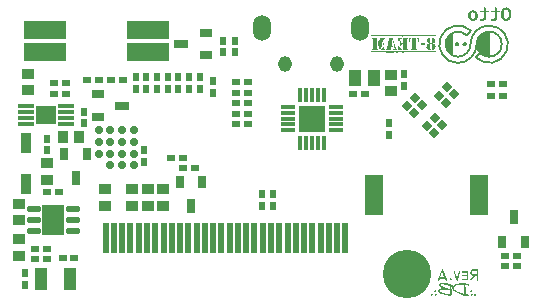
<source format=gbs>
G04 Layer_Color=16711935*
%FSLAX44Y44*%
%MOMM*%
G71*
G01*
G75*
%ADD52C,0.1500*%
%ADD57R,1.0000X0.9000*%
%ADD58R,0.9000X1.0000*%
%ADD59R,0.6000X0.7000*%
%ADD60R,0.7000X0.6000*%
%ADD63R,0.7500X1.0000*%
%ADD64R,0.7500X1.2000*%
%ADD76C,4.1000*%
%ADD77O,1.1500X1.3500*%
%ADD78C,0.1000*%
%ADD79C,0.7000*%
%ADD80C,0.0490*%
%ADD81R,3.6000X1.6000*%
%ADD82R,0.5500X2.6000*%
%ADD83R,1.1000X1.4000*%
G04:AMPARAMS|DCode=84|XSize=0.6mm|YSize=0.7mm|CornerRadius=0mm|HoleSize=0mm|Usage=FLASHONLY|Rotation=135.000|XOffset=0mm|YOffset=0mm|HoleType=Round|Shape=Rectangle|*
%AMROTATEDRECTD84*
4,1,4,0.4596,0.0354,-0.0354,-0.4596,-0.4596,-0.0354,0.0354,0.4596,0.4596,0.0354,0.0*
%
%ADD84ROTATEDRECTD84*%

%ADD85R,1.8300X2.6000*%
%ADD86O,1.2000X0.5500*%
%ADD87R,2.2000X2.2000*%
%ADD88R,0.4100X1.3000*%
%ADD89R,1.3000X0.4100*%
%ADD90R,1.1000X1.9000*%
%ADD91R,1.8000X1.5500*%
%ADD92R,1.4000X0.4100*%
%ADD93R,0.9000X1.7000*%
%ADD94R,1.0000X0.7500*%
%ADD95R,1.2000X0.7500*%
%ADD96R,1.6000X3.5000*%
%ADD97O,1.5000X2.2000*%
G36*
X463882Y224636D02*
X464043Y224622D01*
X464145Y224578D01*
X464233Y224548D01*
X464277Y224505D01*
X464291Y224461D01*
X464306Y224446D01*
Y224431D01*
X464277Y224285D01*
X464262Y224168D01*
X464233Y224051D01*
X464218Y223963D01*
X464160Y223817D01*
X464116Y223715D01*
X464086Y223656D01*
X464057Y223627D01*
X464028Y223612D01*
X464101Y223393D01*
Y223320D01*
X464028Y223261D01*
X464101Y222281D01*
X464028Y221871D01*
Y221798D01*
X464101Y221725D01*
X464072Y221549D01*
X464043Y221403D01*
X463999Y221271D01*
X463969Y221169D01*
X463926Y221066D01*
X463896Y220993D01*
X463823Y220876D01*
X463765Y220818D01*
X463721Y220774D01*
X463691Y220759D01*
X463472D01*
X463384Y220774D01*
X463311Y220818D01*
X463253Y220891D01*
X463194Y220979D01*
X463150Y221081D01*
X463106Y221198D01*
X463048Y221462D01*
X463018Y221710D01*
X463004Y221827D01*
X462989Y221930D01*
Y222017D01*
Y222091D01*
Y222134D01*
Y222149D01*
X462843Y222310D01*
X462741Y222471D01*
X462667Y222647D01*
X462623Y222808D01*
X462580Y222954D01*
X462565Y223085D01*
Y223159D01*
Y223188D01*
Y223320D01*
X461877Y223744D01*
X461907Y223905D01*
X461936Y224037D01*
X461980Y224168D01*
X462038Y224270D01*
X462097Y224358D01*
X462155Y224431D01*
X462287Y224534D01*
X462419Y224607D01*
X462536Y224636D01*
X462609Y224651D01*
X462638D01*
X463121Y224578D01*
X463677Y224651D01*
X463794D01*
X463882Y224636D01*
D02*
G37*
G36*
X427657Y226611D02*
X427774Y226626D01*
X427876Y226655D01*
X427949Y226685D01*
X427964Y226699D01*
X427979D01*
X428110Y226685D01*
X428227Y226655D01*
X428315Y226626D01*
X428330Y226611D01*
X428344D01*
X428813Y226699D01*
X429500Y226641D01*
Y226670D01*
X429559D01*
X429646Y226611D01*
X429881Y226670D01*
X430027D01*
X430217Y226611D01*
X430715Y226670D01*
X431139Y226582D01*
X431373Y226611D01*
X431695Y226582D01*
X432046Y226670D01*
X432178Y226641D01*
X433246Y226728D01*
X433275Y226699D01*
X433480Y226728D01*
X433597Y226699D01*
X433670Y226641D01*
X433743Y226582D01*
X433802Y226567D01*
X433831Y226553D01*
X433933Y226582D01*
X434006Y226611D01*
X434065Y226626D01*
X434094Y226641D01*
X434138Y226670D01*
X434401Y226641D01*
X434504Y226699D01*
X434606Y226714D01*
X434665Y226728D01*
X434811D01*
X434987Y226670D01*
X435060Y226685D01*
Y226564D01*
X435338Y226494D01*
X435630Y226553D01*
X435747Y226524D01*
X436172Y226611D01*
X436201Y226582D01*
X436230D01*
X436435Y226641D01*
X436523Y226611D01*
X436728Y226670D01*
X437006Y226582D01*
X437474D01*
X437649Y226553D01*
X438074Y226611D01*
X438571Y226494D01*
X439054Y226553D01*
X439259Y226524D01*
X439376Y226553D01*
X439522Y226524D01*
X439683Y226611D01*
X439829Y226524D01*
X439946Y226538D01*
X440034Y226553D01*
X440122Y226567D01*
X440180Y226597D01*
X440224Y226611D01*
X440254Y226626D01*
X440268Y226641D01*
X440722Y226582D01*
X440985Y226641D01*
X441073Y226553D01*
X441161D01*
X441248Y226641D01*
X441366Y226611D01*
X441556Y226641D01*
X441936Y226553D01*
Y226582D01*
X442404Y226436D01*
X443033Y226611D01*
X443867Y226524D01*
X443911Y226582D01*
X443970Y226597D01*
X444014Y226611D01*
X444160D01*
X444277Y226597D01*
X444365Y226567D01*
X444423Y226538D01*
X444438Y226524D01*
X445052Y226611D01*
X445184Y226597D01*
X445286Y226582D01*
X445360Y226553D01*
X445394Y226519D01*
X445550Y226538D01*
X445945Y226480D01*
X446267Y226597D01*
X446486Y226553D01*
X446706Y226524D01*
X446896Y226509D01*
X447071Y226494D01*
X447218Y226480D01*
X447452D01*
X447481Y226509D01*
X447510Y226480D01*
X447759Y226509D01*
X447934Y226480D01*
X448008Y226494D01*
X448037Y226524D01*
X448052Y226553D01*
Y226567D01*
X448139D01*
X448242Y226538D01*
X448476Y226494D01*
X448593Y226465D01*
X448681Y226451D01*
X448739Y226421D01*
X448769D01*
X449237Y226538D01*
X449354D01*
X449778Y226509D01*
X449866Y226538D01*
X450085Y226494D01*
X450173Y226465D01*
X450246D01*
X450305Y226451D01*
X450553D01*
X450788Y226509D01*
X450875D01*
X451402Y226421D01*
X451592Y226480D01*
X451621D01*
X451651Y226451D01*
X452060Y226480D01*
X452148D01*
X452294Y226451D01*
X452324Y226480D01*
X452572Y226451D01*
X452660Y226480D01*
X452777Y226451D01*
X452894Y226524D01*
X453026Y226582D01*
X453084Y226597D01*
X453143Y226611D01*
X453172Y226626D01*
X453187D01*
X453231Y226597D01*
X453304Y226582D01*
X453421Y226538D01*
X453494Y226524D01*
X453538D01*
X453567Y226509D01*
X453582D01*
Y226538D01*
X453816Y226509D01*
X453860Y226524D01*
X453889Y226538D01*
X453904Y226553D01*
Y226567D01*
X454109Y226522D01*
Y226524D01*
X454226D01*
X454255Y226553D01*
X454284D01*
X454328Y226509D01*
X454386Y226480D01*
X454430Y226465D01*
X454577D01*
X454635Y226494D01*
X454738Y226524D01*
X454869Y226553D01*
X454986Y226582D01*
X455118Y226611D01*
X455220Y226626D01*
X455294Y226641D01*
X455323D01*
X455645Y226553D01*
X455732D01*
X456245Y226641D01*
X456391D01*
X456435Y226597D01*
X456508Y226567D01*
X456654Y226538D01*
X456727Y226524D01*
X456844D01*
X457035Y226582D01*
X457225Y226597D01*
X457313Y226611D01*
X457430D01*
X457488Y226524D01*
X457605D01*
X457678Y226538D01*
X457722Y226553D01*
X457752D01*
X457795Y226582D01*
X458030Y226553D01*
X458600Y226582D01*
X459200Y226465D01*
X459610Y226582D01*
X460063Y226524D01*
X460092Y226553D01*
X460122D01*
X460356Y226465D01*
X460853Y226553D01*
X461073Y226494D01*
X461102Y226524D01*
X461131D01*
X461336Y226465D01*
X461965Y226582D01*
X462170Y226494D01*
X462492D01*
X462594Y226509D01*
X462682Y226538D01*
X462741Y226553D01*
X462770Y226567D01*
X462799Y226582D01*
X462814Y226597D01*
Y226611D01*
X462901Y226597D01*
X462975Y226582D01*
X463018Y226567D01*
X463062Y226553D01*
X463092Y226538D01*
Y226524D01*
X463194Y226538D01*
X463267Y226553D01*
X463326Y226567D01*
X463370Y226582D01*
X463428Y226597D01*
X463443Y226611D01*
X463560D01*
X463648Y226597D01*
X463809Y226582D01*
X463911Y226567D01*
X463999Y226553D01*
X464043Y226538D01*
X464057D01*
X464072Y226524D01*
X464160Y226582D01*
X464321Y226524D01*
X464408D01*
X464496Y226582D01*
Y226464D01*
X464642Y226480D01*
X464672D01*
X465081Y226392D01*
X465345Y226480D01*
X465652D01*
X465974Y226538D01*
X466354Y226480D01*
X466486D01*
X466661Y226509D01*
X466808Y226480D01*
X466866D01*
X466895Y226509D01*
X466925Y226480D01*
X467042D01*
X467554Y226597D01*
X467715Y226582D01*
X467846D01*
X467964Y226567D01*
X468066Y226553D01*
X468154Y226538D01*
X468227D01*
X468329Y226509D01*
X468402Y226480D01*
X468432Y226465D01*
X468446Y226451D01*
X468563Y226509D01*
X468593Y226480D01*
X468622D01*
X468666Y226494D01*
X468739Y226524D01*
X468841Y226538D01*
X468944Y226553D01*
X469046D01*
X469149Y226567D01*
X469193D01*
Y226597D01*
X469295Y226582D01*
X469383Y226553D01*
X469456Y226524D01*
X469470Y226509D01*
X469485D01*
X469748Y226538D01*
X469763Y226524D01*
X469792Y226509D01*
X469895Y226465D01*
X470012Y226436D01*
X470041Y226421D01*
X470056D01*
X470158Y226451D01*
X470231Y226509D01*
X470275Y226553D01*
X470290Y226567D01*
X470407Y226597D01*
X470612Y226567D01*
X470641Y226597D01*
X471709Y226509D01*
X471841Y226538D01*
X472192Y226451D01*
X472514Y226480D01*
X472762Y226451D01*
X473172Y226538D01*
X473684Y226480D01*
X473860Y226538D01*
X474006D01*
X474240Y226480D01*
X474328Y226538D01*
X474386D01*
Y226509D01*
X475074Y226567D01*
X475542Y226480D01*
X475674Y226538D01*
X475791Y226553D01*
X475879Y226567D01*
X475908D01*
X476025Y226524D01*
X476127Y226494D01*
X476200Y226480D01*
X476230D01*
X477151Y226626D01*
X477605Y226509D01*
X477985Y226553D01*
Y225631D01*
X477693Y225704D01*
X477547Y225690D01*
X477444Y225660D01*
X477371Y225631D01*
X477327Y225602D01*
X477283Y225573D01*
X477268Y225558D01*
Y225529D01*
X477093Y225587D01*
X477005Y225558D01*
X476830Y225616D01*
X476654Y225587D01*
X476552Y225602D01*
X476464Y225616D01*
X476405Y225631D01*
X476361Y225646D01*
X476303Y225660D01*
X476288Y225675D01*
X475674D01*
X475249Y225587D01*
X474781Y225646D01*
X474240Y225616D01*
X473611Y225704D01*
X473596Y225675D01*
X473538Y225646D01*
X473465Y225631D01*
X473391Y225616D01*
X473304Y225602D01*
X473245Y225587D01*
X473172D01*
X473055Y225616D01*
X472821D01*
X472572Y225704D01*
X472192Y225616D01*
X472104Y225646D01*
X471972Y225631D01*
X471870Y225616D01*
X471811Y225602D01*
X471753Y225587D01*
X471724Y225573D01*
X471709D01*
Y225558D01*
X471563Y225587D01*
X471446Y225558D01*
X471372Y225602D01*
X471285Y225646D01*
X471109Y225690D01*
X471021Y225704D01*
X470890D01*
X470831Y225646D01*
X470787D01*
X470670Y225675D01*
X470553Y225616D01*
X470319Y225675D01*
X469836Y225587D01*
X469631Y225704D01*
X469456Y225646D01*
X469427Y225675D01*
X469397D01*
X469193Y225646D01*
Y225675D01*
X469105D01*
X469032Y225660D01*
X468988Y225646D01*
X468944D01*
X468914Y225631D01*
Y225616D01*
X468680Y225646D01*
X468110Y225616D01*
X467525Y225734D01*
X467100Y225616D01*
X466661Y225675D01*
X466632Y225646D01*
X466603D01*
X466354Y225734D01*
X465857Y225646D01*
X465652Y225704D01*
X465623Y225675D01*
X465593D01*
X465374Y225734D01*
X464759Y225616D01*
X464540Y225704D01*
X464496D01*
Y225690D01*
X464339Y225704D01*
X464218D01*
X464174Y225690D01*
X464160D01*
Y225721D01*
X463867Y225748D01*
X463589Y225719D01*
X463472D01*
X463443Y225690D01*
X463414Y225719D01*
X463121D01*
X462755Y225631D01*
X462346Y225748D01*
X462082Y225719D01*
X462053D01*
X461629Y225807D01*
X461365Y225719D01*
X461073D01*
X460736Y225660D01*
X460356Y225719D01*
X460239D01*
X460063Y225690D01*
X459902Y225719D01*
X459844D01*
X459814Y225690D01*
X459785Y225719D01*
X459668D01*
X459171Y225602D01*
X459010Y225616D01*
X458878D01*
X458761Y225631D01*
X458659Y225646D01*
X458571Y225660D01*
X458498Y225675D01*
X458395Y225690D01*
X458322Y225719D01*
X458293Y225734D01*
X458278Y225748D01*
X458161Y225690D01*
X458117Y225719D01*
X458088D01*
X458044Y225704D01*
X457971Y225675D01*
X457869Y225660D01*
X457766D01*
X457649Y225646D01*
X457561Y225631D01*
X457474D01*
X457444Y225646D01*
X457430D01*
X457371Y225602D01*
X457196Y225616D01*
X457035Y225631D01*
X456918Y225646D01*
X456815Y225660D01*
X456742Y225675D01*
X456698D01*
X456669Y225690D01*
X456567D01*
X456537Y225660D01*
X456362Y225719D01*
X456245Y225631D01*
X456186D01*
X456142Y225675D01*
X456069Y225704D01*
X455908Y225734D01*
X455835Y225748D01*
X455703D01*
X455060Y225690D01*
X455030Y225719D01*
X455001D01*
X454957Y225704D01*
X454884Y225675D01*
X454723Y225646D01*
X454650Y225631D01*
X454577Y225616D01*
X454533Y225602D01*
X454518D01*
X454377Y225642D01*
X454372Y225631D01*
X454357Y225616D01*
X454313D01*
X454182Y225639D01*
X454138Y225631D01*
X454109D01*
Y225638D01*
X453816Y225558D01*
X453801Y225573D01*
X453743Y225587D01*
X453670Y225602D01*
X453596Y225616D01*
X453377D01*
X453275Y225602D01*
X453216Y225573D01*
X453187Y225543D01*
Y225529D01*
X453158Y225558D01*
X452924Y225529D01*
X452850Y225543D01*
X452777Y225587D01*
X452733Y225631D01*
X452719Y225646D01*
X452689D01*
Y225587D01*
X452660D01*
X452572Y225675D01*
X452514D01*
X452411Y225602D01*
X452324Y225558D01*
X452192Y225499D01*
X452119Y225470D01*
X452090D01*
X451987Y225514D01*
X451885Y225558D01*
X451812Y225587D01*
X451753Y225602D01*
X451680Y225616D01*
X451651D01*
X451139Y225558D01*
X450934Y225616D01*
X450524D01*
X449953Y225499D01*
X449866D01*
X449807Y225514D01*
X449749Y225529D01*
X449602Y225602D01*
X449544Y225646D01*
X449485Y225675D01*
X449456Y225690D01*
X449441Y225704D01*
X449251Y225660D01*
X449046Y225631D01*
X448959Y225616D01*
X448827D01*
X448227Y225646D01*
X447759Y225558D01*
X447569Y225646D01*
X447481Y225616D01*
X447364Y225646D01*
X447130Y225587D01*
X447101Y225616D01*
X446837D01*
X446501Y225587D01*
X446398Y225616D01*
X446296Y225646D01*
X446179D01*
X445915Y225587D01*
X445784D01*
X445681Y225602D01*
X445579Y225631D01*
X445506Y225646D01*
X445463Y225667D01*
X445404Y225631D01*
X445345Y225602D01*
X445272Y225587D01*
X445213Y225573D01*
X445169D01*
X444730Y225690D01*
X444613D01*
X444072Y225748D01*
X443750Y225690D01*
X443575Y225719D01*
X442682Y225573D01*
X442536D01*
X442507Y225587D01*
X442477Y225616D01*
X442360Y225646D01*
X442229Y225660D01*
X442068Y225675D01*
X441921Y225690D01*
X441307D01*
X441044Y225660D01*
X440912Y225675D01*
X440810Y225690D01*
X440736Y225704D01*
X440678Y225719D01*
X440649Y225734D01*
X440634Y225748D01*
X440034Y225690D01*
X439829Y225748D01*
X439771Y225719D01*
X439683Y225704D01*
X439507Y225675D01*
X439420Y225660D01*
X439259D01*
X438966Y225748D01*
X438732D01*
X438337Y225631D01*
X437986D01*
X437869Y225660D01*
X437840Y225631D01*
X437386Y225660D01*
X436640Y225573D01*
X435747Y225748D01*
X435425Y225719D01*
X435250Y225777D01*
X435221D01*
X435191Y225748D01*
X434957Y225807D01*
X434943Y225792D01*
X434928Y225777D01*
X434870Y225748D01*
X434811Y225734D01*
X434782Y225719D01*
Y225777D01*
X434489Y225807D01*
X434460D01*
X434431Y225777D01*
X434255Y225836D01*
X434050Y225719D01*
X433568Y225807D01*
X433333Y225748D01*
X433216Y225807D01*
X433099Y225777D01*
X433070D01*
X432997Y225836D01*
X432865D01*
X432748Y225807D01*
X432646Y225792D01*
X432573Y225763D01*
X432514Y225734D01*
X432470Y225719D01*
X432441Y225690D01*
X432324Y225719D01*
X432178Y225690D01*
X432163Y225704D01*
X432119Y225734D01*
X432046Y225748D01*
X431973Y225763D01*
X431914D01*
X431841Y225777D01*
X431783D01*
X431695Y225748D01*
X431314Y225836D01*
X431066Y225748D01*
X430832D01*
X430715Y225719D01*
X430568Y225734D01*
X430466Y225763D01*
X430378Y225777D01*
X430334Y225792D01*
X430305Y225807D01*
X430276Y225821D01*
Y225836D01*
X429646Y225748D01*
X429105Y225777D01*
X428637Y225719D01*
X428213Y225807D01*
X427598D01*
X427569Y225792D01*
X427510Y225777D01*
X427393Y225748D01*
X427335Y225734D01*
X427276D01*
X427247Y225719D01*
X427233D01*
X427057Y225748D01*
X426881Y225690D01*
X426794Y225719D01*
X426618Y225660D01*
X426603Y225704D01*
X426545Y225748D01*
X426486Y225777D01*
X426399Y225807D01*
X426325Y225821D01*
X426252Y225836D01*
X426194D01*
X425696Y225719D01*
X425462D01*
X425184Y225748D01*
X425155D01*
X425126Y225719D01*
X424804Y225748D01*
X424658D01*
X424570Y225807D01*
X424482D01*
X424292Y225748D01*
X424204Y225807D01*
X424175Y225792D01*
X424102Y225763D01*
X424014Y225748D01*
X423897D01*
X423780Y225734D01*
X423692Y225719D01*
X423590D01*
X423560Y225734D01*
X423502Y225763D01*
X423385Y225792D01*
X423326D01*
X423268Y225807D01*
X423224D01*
X423209Y225792D01*
X423180Y225763D01*
X423165Y225748D01*
X423151D01*
Y226641D01*
X423253Y226611D01*
X423560D01*
X423590Y226641D01*
X423619Y226611D01*
X423736D01*
X423999Y226582D01*
X424892Y226670D01*
X424979Y226641D01*
X425067Y226670D01*
X425184Y226641D01*
X425214D01*
X425243Y226670D01*
X425462Y226641D01*
X425813Y226699D01*
X426282Y226641D01*
X426735Y226758D01*
X427657Y226611D01*
D02*
G37*
G36*
X509735Y247622D02*
X510067Y247583D01*
X510359Y247544D01*
X510632Y247486D01*
X510847Y247408D01*
X511003Y247369D01*
X511101Y247330D01*
X511140Y247310D01*
X511413Y247174D01*
X511666Y247037D01*
X511900Y246881D01*
X512095Y246744D01*
X512252Y246608D01*
X512369Y246510D01*
X512447Y246432D01*
X512466Y246413D01*
X512661Y246179D01*
X512817Y245945D01*
X512954Y245711D01*
X513071Y245476D01*
X513168Y245281D01*
X513227Y245125D01*
X513266Y245028D01*
X513285Y245008D01*
Y244989D01*
X513383Y244677D01*
X513442Y244364D01*
X513500Y244052D01*
X513520Y243779D01*
X513539Y243526D01*
X513559Y243350D01*
Y243272D01*
Y243214D01*
Y243194D01*
Y243174D01*
X513539Y242784D01*
X513520Y242414D01*
X513480Y242082D01*
X513422Y241809D01*
X513363Y241575D01*
X513324Y241399D01*
X513305Y241302D01*
X513285Y241263D01*
X513168Y240970D01*
X513051Y240697D01*
X512915Y240463D01*
X512798Y240268D01*
X512681Y240112D01*
X512583Y239995D01*
X512525Y239917D01*
X512505Y239897D01*
X512290Y239702D01*
X512076Y239546D01*
X511881Y239390D01*
X511666Y239293D01*
X511491Y239195D01*
X511354Y239137D01*
X511276Y239097D01*
X511237Y239078D01*
X510945Y238981D01*
X510652Y238922D01*
X510379Y238864D01*
X510125Y238844D01*
X509891Y238824D01*
X509716Y238805D01*
X509560D01*
X509189Y238824D01*
X508857Y238864D01*
X508565Y238902D01*
X508292Y238961D01*
X508077Y239020D01*
X507921Y239078D01*
X507823Y239097D01*
X507784Y239117D01*
X507511Y239254D01*
X507258Y239410D01*
X507024Y239546D01*
X506828Y239702D01*
X506692Y239839D01*
X506575Y239936D01*
X506497Y240014D01*
X506477Y240034D01*
X506282Y240268D01*
X506126Y240502D01*
X505990Y240736D01*
X505873Y240951D01*
X505775Y241146D01*
X505717Y241302D01*
X505678Y241399D01*
X505658Y241438D01*
X505561Y241751D01*
X505482Y242082D01*
X505443Y242394D01*
X505405Y242687D01*
X505385Y242921D01*
X505365Y243116D01*
Y243194D01*
Y243253D01*
Y243272D01*
Y243292D01*
X505385Y243682D01*
X505405Y244033D01*
X505443Y244345D01*
X505502Y244618D01*
X505561Y244852D01*
X505600Y245028D01*
X505619Y245125D01*
X505639Y245164D01*
X505756Y245457D01*
X505873Y245730D01*
X506009Y245964D01*
X506146Y246159D01*
X506263Y246315D01*
X506360Y246432D01*
X506419Y246510D01*
X506438Y246530D01*
X506633Y246725D01*
X506848Y246881D01*
X507063Y247037D01*
X507258Y247154D01*
X507433Y247232D01*
X507570Y247291D01*
X507648Y247330D01*
X507687Y247349D01*
X507980Y247447D01*
X508272Y247525D01*
X508545Y247564D01*
X508818Y247603D01*
X509033Y247622D01*
X509228Y247642D01*
X509384D01*
X509735Y247622D01*
D02*
G37*
G36*
X475791Y224358D02*
X475966Y224270D01*
X476113Y224183D01*
X476215Y224095D01*
X476303Y224022D01*
X476347Y223963D01*
X476376Y223919D01*
X476391Y223905D01*
X476786Y223846D01*
X476888Y223715D01*
X476991Y223568D01*
X477166Y223217D01*
X477342Y222851D01*
X477488Y222500D01*
X477561Y222325D01*
X477620Y222164D01*
X477663Y222017D01*
X477707Y221886D01*
X477751Y221783D01*
X477781Y221710D01*
X477795Y221652D01*
Y221637D01*
X477781Y221491D01*
X477737Y221359D01*
X477663Y221213D01*
X477576Y221081D01*
X477473Y220949D01*
X477356Y220818D01*
X477093Y220584D01*
X476830Y220379D01*
X476712Y220291D01*
X476610Y220218D01*
X476522Y220159D01*
X476449Y220116D01*
X476405Y220101D01*
X476391Y220086D01*
X476274Y219925D01*
X476171Y219823D01*
X476054Y219735D01*
X475966Y219677D01*
X475893Y219647D01*
X475835Y219633D01*
X475791Y219618D01*
X475776D01*
Y219486D01*
X475908Y219369D01*
X476010Y219267D01*
X476083Y219194D01*
X476127Y219121D01*
X476157Y219077D01*
X476186Y219048D01*
Y219018D01*
X476347D01*
X476449Y219004D01*
X476537Y218974D01*
X476595Y218960D01*
X476625Y218930D01*
X476639Y218901D01*
X476654Y218887D01*
X476727Y218813D01*
X476786D01*
X476859Y218887D01*
X476917D01*
X477034Y218828D01*
X477108Y218769D01*
X477166Y218696D01*
X477210Y218638D01*
X477239Y218579D01*
X477254Y218521D01*
Y218491D01*
Y218477D01*
X477312Y218433D01*
X477385Y218360D01*
X477503Y218199D01*
X477620Y218023D01*
X477722Y217833D01*
X477795Y217643D01*
X477868Y217497D01*
X477898Y217438D01*
X477912Y217394D01*
X477927Y217365D01*
Y217350D01*
X477795Y217072D01*
X477781Y216751D01*
X477766Y216458D01*
X477722Y216209D01*
X477663Y215990D01*
X477605Y215814D01*
X477547Y215653D01*
X477473Y215536D01*
X477385Y215434D01*
X477312Y215361D01*
X477239Y215302D01*
X477181Y215258D01*
X477122Y215229D01*
X477020Y215200D01*
X476991D01*
X476976Y215068D01*
X476917Y214951D01*
X476844Y214834D01*
X476756Y214732D01*
X476669Y214644D01*
X476595Y214585D01*
X476537Y214541D01*
X476522Y214527D01*
X476259Y214497D01*
X476040Y214468D01*
X475835Y214439D01*
X475674Y214395D01*
X475527Y214351D01*
X475410Y214307D01*
X475308Y214263D01*
X475235Y214219D01*
X475162Y214176D01*
X475118Y214132D01*
X475074Y214073D01*
X475045Y214015D01*
Y214000D01*
X474972D01*
X474869Y214015D01*
X474767Y214029D01*
X474620Y214117D01*
X474518Y214234D01*
X474445Y214366D01*
X474401Y214497D01*
X474386Y214615D01*
X474372Y214702D01*
Y214717D01*
Y214732D01*
Y214995D01*
X474489Y215112D01*
X474562Y215244D01*
X474620Y215375D01*
X474664Y215478D01*
X474693Y215580D01*
X474708Y215653D01*
Y215712D01*
Y215726D01*
Y216546D01*
X474781Y216604D01*
X474708Y216677D01*
Y216736D01*
X474913Y217745D01*
X474840Y217994D01*
X474767Y218214D01*
X474708Y218404D01*
X474650Y218579D01*
X474591Y218726D01*
X474547Y218857D01*
X474503Y218974D01*
X474459Y219062D01*
X474430Y219150D01*
X474401Y219208D01*
X474342Y219296D01*
X474328Y219340D01*
X474313Y219355D01*
Y219764D01*
X474518Y219984D01*
X474664Y220174D01*
X474767Y220335D01*
X474840Y220467D01*
X474884Y220569D01*
X474898Y220642D01*
X474913Y220686D01*
Y220701D01*
X474708Y221696D01*
X474781Y221959D01*
Y222032D01*
X474708Y222105D01*
X474781Y222705D01*
Y222968D01*
X474445Y224446D01*
X474708D01*
X475118Y224314D01*
X475586Y224446D01*
X475791Y224358D01*
D02*
G37*
G36*
X449105Y224592D02*
X449237Y224548D01*
X449339Y224505D01*
X449398Y224461D01*
X449441Y224417D01*
X449456Y224402D01*
X449471Y224373D01*
Y223817D01*
X449456Y223700D01*
X449412Y223598D01*
X449354Y223524D01*
X449295Y223480D01*
X449237Y223437D01*
X449178Y223422D01*
X449134Y223407D01*
X449120D01*
X448505Y223466D01*
X448432Y223202D01*
X448344Y223188D01*
X448256Y223173D01*
X448183Y223129D01*
X448096Y223071D01*
X447949Y222939D01*
X447817Y222793D01*
X447701Y222632D01*
X447613Y222500D01*
X447583Y222442D01*
X447554Y222398D01*
X447539Y222383D01*
Y222369D01*
X447598Y222310D01*
Y222105D01*
X447057Y221403D01*
X446910Y221432D01*
X446779Y221491D01*
X446662Y221564D01*
X446559Y221637D01*
X446486Y221710D01*
X446428Y221769D01*
X446384Y221813D01*
X446369Y221827D01*
X446428Y224037D01*
Y224373D01*
X446984Y224505D01*
X447744Y224431D01*
X448505Y224578D01*
X448564D01*
X448637Y224505D01*
X448915Y224651D01*
X449105Y224592D01*
D02*
G37*
G36*
X459493Y224534D02*
X459624Y224505D01*
X459727Y224446D01*
X459785Y224402D01*
X459829Y224358D01*
X459844Y224329D01*
X459858Y224314D01*
Y224300D01*
X461175Y224373D01*
X461248D01*
X461175Y224037D01*
X461131Y223700D01*
X461087Y223363D01*
X461073Y223071D01*
X461058Y222808D01*
X461043Y222705D01*
Y222603D01*
Y222530D01*
Y222471D01*
Y222442D01*
Y222427D01*
X461175Y222222D01*
X461278Y222017D01*
X461351Y221842D01*
X461395Y221681D01*
X461424Y221564D01*
X461453Y221462D01*
Y221403D01*
Y221374D01*
Y221315D01*
X461321Y220203D01*
Y219720D01*
X461336Y219633D01*
X461351Y219545D01*
X461424Y219384D01*
X461468Y219326D01*
X461497Y219267D01*
X461511Y219238D01*
X461526Y219223D01*
Y219150D01*
X461482Y219106D01*
X461424Y219062D01*
X461351Y218916D01*
X461278Y218755D01*
X461219Y218565D01*
X461175Y218404D01*
X461146Y218258D01*
X461131Y218199D01*
X461116Y218155D01*
Y218126D01*
Y218111D01*
Y218038D01*
X461160Y217994D01*
X461204Y217921D01*
X461234Y217833D01*
X461263Y217731D01*
X461321Y217467D01*
X461351Y217189D01*
X461365Y216912D01*
Y216780D01*
X461380Y216677D01*
Y216575D01*
Y216502D01*
Y216458D01*
Y216443D01*
Y215814D01*
X461453Y215756D01*
X461482Y215595D01*
X461526Y215463D01*
X461555Y215331D01*
X461599Y215229D01*
X461629Y215141D01*
X461673Y215068D01*
X461760Y214966D01*
X461819Y214893D01*
X461877Y214863D01*
X461921Y214849D01*
X461936D01*
X461950Y214732D01*
X461965Y214644D01*
X462009Y214585D01*
X462038Y214541D01*
X462082Y214512D01*
X462126Y214497D01*
X462155D01*
Y214366D01*
X462067Y214351D01*
X461994Y214322D01*
X461950Y214278D01*
X461907Y214249D01*
X461877Y214190D01*
Y214176D01*
Y214161D01*
X461175Y214366D01*
X460999Y214249D01*
X460839Y214161D01*
X460692Y214102D01*
X460575Y214058D01*
X460473Y214029D01*
X460400Y214015D01*
X460341D01*
X459785Y214161D01*
X459654D01*
X459580Y214088D01*
Y214161D01*
X459171Y214015D01*
X458966D01*
X458776Y214044D01*
X458615Y214058D01*
X458498Y214088D01*
X458395Y214117D01*
X458322Y214132D01*
X458278Y214161D01*
X458264D01*
X457839Y214088D01*
X457635D01*
X457576Y214205D01*
X457517Y214278D01*
X457459Y214336D01*
X457400Y214380D01*
X457356Y214410D01*
X457313Y214424D01*
X457283D01*
Y214571D01*
X457356Y214922D01*
X457591Y214995D01*
X457766Y215068D01*
X457898Y215141D01*
X458000Y215200D01*
X458059Y215258D01*
X458088Y215287D01*
X458117Y215317D01*
Y215331D01*
Y215683D01*
X457986Y215814D01*
X458044Y216034D01*
X457986Y216312D01*
X458000Y216546D01*
X458030Y216751D01*
X458044Y216941D01*
X458073Y217102D01*
X458088Y217248D01*
X458117Y217365D01*
X458147Y217467D01*
X458161Y217555D01*
X458190Y217628D01*
X458205Y217701D01*
X458234Y217775D01*
X458249Y217819D01*
X458264Y217833D01*
X458117Y219296D01*
X458190Y219501D01*
Y219574D01*
X458044Y219984D01*
X458117Y220203D01*
X458103Y220364D01*
X458073Y220481D01*
X458030Y220569D01*
X458000Y220628D01*
X457971Y220657D01*
X457942Y220686D01*
X457912D01*
X458117Y221930D01*
X457986Y222281D01*
X458044Y222910D01*
X457986Y224227D01*
X458117Y224344D01*
X458234Y224431D01*
X458351Y224490D01*
X458454Y224534D01*
X458542Y224563D01*
X458615Y224578D01*
X458673D01*
X459024Y224505D01*
X459302Y224578D01*
X459493Y224534D01*
D02*
G37*
G36*
X478270Y7617D02*
X478340Y7582D01*
X478464Y7477D01*
X478534Y7371D01*
X478569Y7336D01*
Y7318D01*
X478657Y7143D01*
X478692Y7020D01*
X478709Y6949D01*
Y6914D01*
X478692Y6703D01*
X478639Y6510D01*
X478604Y6439D01*
X478587Y6369D01*
X478569Y6334D01*
Y6316D01*
X478551D01*
X478534Y6281D01*
X478446Y6229D01*
X478376Y6176D01*
X478340Y6141D01*
X478217Y6053D01*
X478130Y6018D01*
X478094Y6000D01*
X477936Y6018D01*
X477760Y6053D01*
X477585Y6088D01*
X477426Y6158D01*
X477286Y6211D01*
X477163Y6246D01*
X477093Y6281D01*
X477057Y6299D01*
X477040Y6422D01*
X477022Y6527D01*
Y6598D01*
Y6633D01*
X477040Y6844D01*
X477075Y7020D01*
X477128Y7178D01*
X477180Y7301D01*
X477251Y7406D01*
X477303Y7494D01*
X477338Y7529D01*
X477356Y7547D01*
X477426D01*
X477550Y7564D01*
X477690Y7582D01*
X477831Y7599D01*
X477971D01*
X478094Y7617D01*
X478165Y7635D01*
X478200D01*
X478270Y7617D01*
D02*
G37*
G36*
X508871D02*
X508942Y7582D01*
X509065Y7477D01*
X509135Y7371D01*
X509170Y7336D01*
Y7318D01*
X509258Y7143D01*
X509293Y7020D01*
X509311Y6949D01*
Y6914D01*
X509293Y6703D01*
X509240Y6510D01*
X509205Y6439D01*
X509188Y6369D01*
X509170Y6334D01*
Y6316D01*
X509153D01*
X509135Y6281D01*
X509047Y6229D01*
X508977Y6176D01*
X508942Y6141D01*
X508819Y6053D01*
X508731Y6018D01*
X508696Y6000D01*
X508537Y6018D01*
X508362Y6053D01*
X508186Y6088D01*
X508028Y6158D01*
X507887Y6211D01*
X507764Y6246D01*
X507694Y6281D01*
X507659Y6299D01*
X507641Y6422D01*
X507623Y6527D01*
Y6598D01*
Y6633D01*
X507641Y6844D01*
X507676Y7020D01*
X507729Y7178D01*
X507782Y7301D01*
X507852Y7406D01*
X507905Y7494D01*
X507940Y7529D01*
X507957Y7547D01*
X508028D01*
X508151Y7564D01*
X508291Y7582D01*
X508432Y7599D01*
X508573D01*
X508696Y7617D01*
X508766Y7635D01*
X508801D01*
X508871Y7617D01*
D02*
G37*
G36*
X475159Y7512D02*
X475282Y7301D01*
X475370Y7107D01*
X475423Y6967D01*
X475458Y6844D01*
X475493Y6756D01*
Y6703D01*
Y6686D01*
X475475Y6598D01*
X475458Y6510D01*
X475352Y6369D01*
X475229Y6281D01*
X475071Y6211D01*
X474913Y6176D01*
X474772Y6158D01*
X474684Y6141D01*
X474649D01*
X474473Y6158D01*
X474333Y6211D01*
X474192Y6281D01*
X474087Y6369D01*
X473999Y6457D01*
X473929Y6527D01*
X473894Y6580D01*
X473876Y6598D01*
X473911Y6633D01*
X473929Y6668D01*
X473964Y6809D01*
X473981Y6932D01*
Y6967D01*
Y6984D01*
X473999Y7072D01*
X474052Y7178D01*
X474140Y7301D01*
X474227Y7424D01*
X474333Y7547D01*
X474403Y7652D01*
X474473Y7722D01*
X474491Y7740D01*
X475001D01*
X475159Y7512D01*
D02*
G37*
G36*
X537904Y250061D02*
X538235Y250022D01*
X538528Y249963D01*
X538781Y249904D01*
X538996Y249846D01*
X539171Y249788D01*
X539269Y249748D01*
X539308Y249729D01*
X539601Y249592D01*
X539874Y249436D01*
X540108Y249261D01*
X540303Y249085D01*
X540478Y248929D01*
X540596Y248812D01*
X540693Y248734D01*
X540713Y248695D01*
X540927Y248422D01*
X541122Y248129D01*
X541278Y247837D01*
X541415Y247564D01*
X541532Y247310D01*
X541610Y247115D01*
X541629Y247037D01*
X541649Y246978D01*
X541668Y246959D01*
Y246939D01*
X541785Y246530D01*
X541864Y246081D01*
X541922Y245652D01*
X541961Y245262D01*
X541981Y244911D01*
Y244755D01*
X542000Y244638D01*
Y244520D01*
Y244443D01*
Y244403D01*
Y244384D01*
X541981Y243896D01*
X541961Y243428D01*
X541903Y242980D01*
X541824Y242589D01*
X541746Y242219D01*
X541668Y241868D01*
X541571Y241555D01*
X541454Y241282D01*
X541356Y241029D01*
X541259Y240834D01*
X541181Y240639D01*
X541103Y240502D01*
X541025Y240385D01*
X540966Y240287D01*
X540947Y240249D01*
X540927Y240229D01*
X540713Y239975D01*
X540478Y239761D01*
X540225Y239566D01*
X539971Y239410D01*
X539698Y239273D01*
X539425Y239156D01*
X539171Y239058D01*
X538898Y238981D01*
X538664Y238922D01*
X538430Y238883D01*
X538216Y238844D01*
X538040Y238824D01*
X537904D01*
X537786Y238805D01*
X537689D01*
X537357Y238824D01*
X537026Y238864D01*
X536733Y238902D01*
X536479Y238981D01*
X536265Y239039D01*
X536109Y239078D01*
X536011Y239117D01*
X535972Y239137D01*
X535680Y239273D01*
X535407Y239429D01*
X535153Y239605D01*
X534958Y239761D01*
X534782Y239917D01*
X534646Y240034D01*
X534568Y240112D01*
X534548Y240151D01*
X534334Y240424D01*
X534139Y240717D01*
X533983Y241029D01*
X533846Y241302D01*
X533729Y241555D01*
X533651Y241751D01*
X533631Y241828D01*
X533612Y241887D01*
X533592Y241907D01*
Y241926D01*
X533475Y242336D01*
X533397Y242784D01*
X533319Y243214D01*
X533280Y243604D01*
X533261Y243955D01*
Y244111D01*
X533241Y244228D01*
Y244345D01*
Y244423D01*
Y244462D01*
Y244482D01*
X533261Y244969D01*
X533280Y245437D01*
X533339Y245886D01*
X533417Y246276D01*
X533495Y246647D01*
X533592Y246998D01*
X533690Y247310D01*
X533787Y247583D01*
X533885Y247837D01*
X533983Y248051D01*
X534080Y248227D01*
X534158Y248363D01*
X534236Y248480D01*
X534295Y248578D01*
X534314Y248617D01*
X534334Y248637D01*
X534548Y248890D01*
X534782Y249105D01*
X535036Y249300D01*
X535289Y249475D01*
X535563Y249612D01*
X535836Y249729D01*
X536089Y249827D01*
X536362Y249904D01*
X536596Y249963D01*
X536831Y250002D01*
X537045Y250041D01*
X537221Y250061D01*
X537357Y250080D01*
X537572D01*
X537904Y250061D01*
D02*
G37*
G36*
X520776Y249631D02*
Y247466D01*
X523059D01*
Y245886D01*
X520776D01*
Y241731D01*
Y241458D01*
X520757Y241204D01*
X520718Y240970D01*
X520679Y240775D01*
X520659Y240619D01*
X520620Y240502D01*
X520601Y240424D01*
Y240404D01*
X520523Y240210D01*
X520425Y240034D01*
X520327Y239878D01*
X520230Y239741D01*
X520152Y239644D01*
X520074Y239546D01*
X520035Y239507D01*
X520015Y239488D01*
X519859Y239371D01*
X519703Y239254D01*
X519372Y239097D01*
X519235Y239058D01*
X519118Y239020D01*
X519040Y238981D01*
X519021D01*
X518786Y238922D01*
X518533Y238883D01*
X518299Y238844D01*
X518065Y238824D01*
X517870D01*
X517714Y238805D01*
X517577D01*
X517206Y238824D01*
X517011D01*
X516855Y238844D01*
X516719Y238864D01*
X516621D01*
X516543Y238883D01*
X516524D01*
X516114Y238941D01*
X515919Y238981D01*
X515743Y239020D01*
X515607Y239039D01*
X515490Y239058D01*
X515412Y239078D01*
X515392D01*
Y240697D01*
X515704Y240619D01*
X515977Y240561D01*
X516094Y240541D01*
X516192Y240522D01*
X516250Y240502D01*
X516270D01*
X516621Y240463D01*
X516777Y240443D01*
X516933D01*
X517050Y240424D01*
X517245D01*
X517519Y240443D01*
X517753Y240483D01*
X517948Y240541D01*
X518084Y240619D01*
X518201Y240678D01*
X518299Y240736D01*
X518338Y240775D01*
X518357Y240795D01*
X518474Y240951D01*
X518552Y241126D01*
X518611Y241302D01*
X518650Y241477D01*
X518669Y241633D01*
X518689Y241770D01*
Y241848D01*
Y241887D01*
Y245886D01*
X515392D01*
Y247466D01*
X518689D01*
Y250178D01*
X520776Y249631D01*
D02*
G37*
G36*
X530159D02*
Y247466D01*
X532441D01*
Y245886D01*
X530159D01*
Y241731D01*
Y241458D01*
X530140Y241204D01*
X530101Y240970D01*
X530062Y240775D01*
X530042Y240619D01*
X530003Y240502D01*
X529984Y240424D01*
Y240404D01*
X529906Y240210D01*
X529808Y240034D01*
X529711Y239878D01*
X529613Y239741D01*
X529535Y239644D01*
X529457Y239546D01*
X529418Y239507D01*
X529398Y239488D01*
X529242Y239371D01*
X529086Y239254D01*
X528755Y239097D01*
X528618Y239058D01*
X528501Y239020D01*
X528423Y238981D01*
X528404D01*
X528169Y238922D01*
X527916Y238883D01*
X527682Y238844D01*
X527448Y238824D01*
X527253D01*
X527096Y238805D01*
X526960D01*
X526589Y238824D01*
X526394D01*
X526238Y238844D01*
X526102Y238864D01*
X526004D01*
X525926Y238883D01*
X525907D01*
X525497Y238941D01*
X525302Y238981D01*
X525126Y239020D01*
X524990Y239039D01*
X524873Y239058D01*
X524795Y239078D01*
X524775D01*
Y240697D01*
X525087Y240619D01*
X525360Y240561D01*
X525477Y240541D01*
X525575Y240522D01*
X525634Y240502D01*
X525653D01*
X526004Y240463D01*
X526160Y240443D01*
X526316D01*
X526433Y240424D01*
X526628D01*
X526901Y240443D01*
X527136Y240483D01*
X527331Y240541D01*
X527467Y240619D01*
X527584Y240678D01*
X527682Y240736D01*
X527721Y240775D01*
X527740Y240795D01*
X527857Y240951D01*
X527935Y241126D01*
X527994Y241302D01*
X528033Y241477D01*
X528052Y241633D01*
X528072Y241770D01*
Y241848D01*
Y241887D01*
Y245886D01*
X524775D01*
Y247466D01*
X528072D01*
Y250178D01*
X530159Y249631D01*
D02*
G37*
G36*
X433728Y224592D02*
X433948Y224548D01*
X434138Y224490D01*
X434314Y224431D01*
X434445Y224388D01*
X434562Y224329D01*
X434665Y224285D01*
X434738Y224241D01*
X434796Y224197D01*
X434840Y224153D01*
X434884Y224095D01*
X434913Y224051D01*
Y224037D01*
Y223978D01*
X434826Y223817D01*
X434694Y223700D01*
X434562Y223612D01*
X434431Y223554D01*
X434299Y223524D01*
X434197Y223510D01*
X434123Y223495D01*
X434094D01*
X434080Y223480D01*
X434050Y223451D01*
X434036Y223393D01*
X434006Y223334D01*
X433948Y223159D01*
X433889Y222983D01*
X433845Y222793D01*
X433802Y222632D01*
X433787Y222559D01*
X433772Y222515D01*
X433758Y222486D01*
Y222471D01*
X432734Y219135D01*
X432631Y218945D01*
X432529Y218784D01*
X432456Y218623D01*
X432382Y218491D01*
X432324Y218375D01*
X432280Y218272D01*
X432207Y218097D01*
X432163Y217980D01*
X432148Y217906D01*
X432134Y217862D01*
Y217848D01*
X432265Y217511D01*
X432192Y217233D01*
X431519Y215946D01*
X431446Y215668D01*
X431373Y215419D01*
X431314Y215200D01*
X431256Y215009D01*
X431197Y214849D01*
X431139Y214702D01*
X431080Y214571D01*
X431036Y214468D01*
X430993Y214395D01*
X430949Y214322D01*
X430919Y214278D01*
X430890Y214234D01*
X430846Y214190D01*
X430832Y214176D01*
X430700D01*
X430641Y214205D01*
X430583Y214278D01*
X430524Y214366D01*
X430466Y214483D01*
X430422Y214600D01*
X430393Y214688D01*
X430378Y214761D01*
X430363Y214790D01*
X430012Y215200D01*
X430085Y215478D01*
X429749Y216151D01*
X429822Y217306D01*
X429412Y218462D01*
Y218535D01*
X429471Y218594D01*
Y218667D01*
X429456Y218711D01*
X429398Y218769D01*
X429354Y218799D01*
X429339D01*
X429281Y218813D01*
X429237Y218872D01*
X429178Y218945D01*
X429120Y219048D01*
X429061Y219165D01*
X429003Y219296D01*
X428900Y219589D01*
X428813Y219867D01*
X428769Y219998D01*
X428725Y220116D01*
X428710Y220218D01*
X428681Y220291D01*
X428666Y220350D01*
Y220364D01*
X428930Y221110D01*
Y221666D01*
X428871Y221725D01*
X429003D01*
X429164Y221491D01*
X429266Y221257D01*
X429354Y221037D01*
X429412Y220847D01*
X429442Y220672D01*
X429456Y220554D01*
X429471Y220467D01*
Y220452D01*
Y220437D01*
X429822Y220628D01*
Y220745D01*
Y220832D01*
X429837Y220993D01*
X429866Y221110D01*
X429881Y221183D01*
X429910Y221227D01*
X429939Y221242D01*
X429954Y221257D01*
X429983Y221432D01*
X430012Y221593D01*
X430071Y221740D01*
X430129Y221856D01*
X430188Y221944D01*
X430246Y222003D01*
X430276Y222047D01*
X430290Y222061D01*
Y222266D01*
X430085Y222617D01*
X430173Y222705D01*
X430261Y222764D01*
X430320Y222822D01*
X430378Y222851D01*
X430466Y222881D01*
X430495D01*
X430510Y223056D01*
X430539Y223188D01*
X430554Y223290D01*
X430583Y223349D01*
X430597Y223393D01*
X430612Y223407D01*
X430627Y223422D01*
X430905Y224037D01*
Y224197D01*
X430919Y224314D01*
X430949Y224402D01*
X430963Y224461D01*
X430993Y224490D01*
X431022Y224519D01*
X431110D01*
X432061Y224241D01*
X433480Y224651D01*
X433728Y224592D01*
D02*
G37*
G36*
X433963Y220233D02*
Y220057D01*
X433948Y219911D01*
X433919Y219779D01*
X433889Y219677D01*
X433875Y219589D01*
X433845Y219530D01*
X433831Y219501D01*
Y219486D01*
Y219413D01*
X433889Y219355D01*
X433758Y217175D01*
X433963Y216355D01*
X433889Y215683D01*
X434913Y214790D01*
X434840Y214527D01*
Y214454D01*
X434913Y214380D01*
X434840Y214176D01*
X433831Y214249D01*
X433626D01*
X433348Y214044D01*
X432880D01*
X432807Y214117D01*
X432734Y214044D01*
X432675D01*
X432470Y214249D01*
X432353D01*
X432236Y214263D01*
X432075Y214307D01*
X431944Y214380D01*
X431870Y214454D01*
X431812Y214527D01*
X431797Y214600D01*
X431783Y214644D01*
Y214658D01*
X431944Y214819D01*
X432090Y214936D01*
X432207Y215009D01*
X432324Y215068D01*
X432412Y215097D01*
X432470Y215126D01*
X432529D01*
X432587Y215273D01*
X432660Y215390D01*
X432719Y215507D01*
X432777Y215609D01*
X432895Y215770D01*
X432997Y215873D01*
X433085Y215946D01*
X433158Y215990D01*
X433202Y216019D01*
X433216D01*
Y216151D01*
X433202Y216268D01*
Y216370D01*
X433187Y216458D01*
X433158Y216590D01*
X433114Y216677D01*
X433070Y216721D01*
X433041Y216751D01*
X433026Y216765D01*
X433012D01*
X433085Y217380D01*
X433012Y217643D01*
X433143Y217921D01*
X433085Y218184D01*
X433348Y218462D01*
X433275Y218726D01*
X433289Y219004D01*
X433333Y219252D01*
X433392Y219457D01*
X433450Y219633D01*
X433509Y219764D01*
X433568Y219867D01*
X433611Y219940D01*
X433626Y219955D01*
X433553D01*
X433568Y220057D01*
X433611Y220145D01*
X433655Y220233D01*
X433714Y220306D01*
X433787Y220364D01*
X433831Y220408D01*
X433875Y220423D01*
X433889Y220437D01*
X433963D01*
Y220233D01*
D02*
G37*
G36*
X441000Y224212D02*
X441336Y224285D01*
X441453Y224270D01*
X441556Y224227D01*
X441629Y224153D01*
X441673Y224080D01*
X441717Y224007D01*
X441731Y223934D01*
X441746Y223890D01*
Y223876D01*
X441687Y223246D01*
X441746Y223056D01*
X441131Y220847D01*
X441205Y220642D01*
X441146Y220379D01*
X441102Y220145D01*
X441058Y219940D01*
X441014Y219764D01*
X440970Y219633D01*
X440927Y219501D01*
X440897Y219399D01*
X440853Y219326D01*
X440824Y219267D01*
X440795Y219208D01*
X440751Y219165D01*
X440736Y219135D01*
X440722D01*
X440795Y218726D01*
X440590Y217555D01*
X440927Y217482D01*
X441409D01*
X441687Y217760D01*
X441819Y217731D01*
X441921Y217701D01*
X441995Y217658D01*
X442038Y217628D01*
X442068Y217599D01*
X442097Y217584D01*
Y217555D01*
Y216941D01*
X442024Y216868D01*
X441848D01*
X441702Y216853D01*
X441585Y216824D01*
X441483Y216809D01*
X441424Y216780D01*
X441366Y216751D01*
X441351Y216736D01*
X441336D01*
X440795Y216868D01*
X440180D01*
Y216590D01*
X440239Y216531D01*
X440107Y215917D01*
X440180Y215829D01*
X440034Y215361D01*
X440049Y215141D01*
X440093Y214951D01*
X440166Y214790D01*
X440239Y214673D01*
X440312Y214585D01*
X440385Y214512D01*
X440429Y214483D01*
X440444Y214468D01*
Y214395D01*
X440371Y214278D01*
X440283Y214205D01*
X440195Y214146D01*
X440107Y214102D01*
X440019Y214073D01*
X439961Y214058D01*
X439902D01*
X438454Y214263D01*
X438117Y214058D01*
X437971D01*
X437693Y214117D01*
X437430Y214058D01*
X437357D01*
X436464Y214322D01*
X436333D01*
X436128Y214190D01*
X436055D01*
X435777Y214395D01*
X435981Y214951D01*
X436186Y215024D01*
X436333Y215097D01*
X436450Y215170D01*
X436523Y215229D01*
X436567Y215287D01*
X436581Y215331D01*
X436596Y215346D01*
Y215361D01*
X436538Y215829D01*
X436567Y215975D01*
X436611Y216107D01*
X436640Y216209D01*
X436669Y216312D01*
X436713Y216399D01*
X436742Y216458D01*
X436801Y216560D01*
X436859Y216619D01*
X436903Y216648D01*
X436932Y216663D01*
X436947D01*
X436742Y217014D01*
X436947Y217350D01*
X436874D01*
X437298Y218579D01*
X437225Y218857D01*
X437298Y219135D01*
Y219413D01*
X437225Y219472D01*
X437503Y219750D01*
X437562Y220013D01*
X437620Y220247D01*
X437679Y220452D01*
X437723Y220628D01*
X437781Y220788D01*
X437825Y220920D01*
X437869Y221037D01*
X437898Y221125D01*
X437927Y221198D01*
X437957Y221271D01*
X438000Y221345D01*
X438030Y221388D01*
X438044Y221403D01*
Y222837D01*
X438322Y223115D01*
X438586Y223876D01*
X438454Y224417D01*
X438527D01*
X438659Y224563D01*
X438732Y224622D01*
X441000Y224212D01*
D02*
G37*
G36*
X448432Y221549D02*
X448783Y220101D01*
X448856D01*
X448900Y220072D01*
X448959Y220028D01*
X448988Y219984D01*
Y219955D01*
X449076Y219940D01*
X449149Y219911D01*
X449207Y219867D01*
X449266Y219808D01*
X449354Y219647D01*
X449412Y219472D01*
X449441Y219296D01*
X449456Y219135D01*
X449471Y219077D01*
Y219033D01*
Y219004D01*
Y218989D01*
X448988Y218506D01*
Y218375D01*
X448959Y218272D01*
X448944Y218199D01*
X448915Y218155D01*
X448885Y218126D01*
X448871Y218097D01*
X448842D01*
X448739Y217936D01*
X448651Y217804D01*
X448564Y217687D01*
X448476Y217584D01*
X448403Y217497D01*
X448344Y217423D01*
X448227Y217321D01*
X448139Y217263D01*
X448066Y217219D01*
X448037Y217204D01*
X448022D01*
X447905Y217233D01*
X447817Y217292D01*
X447744Y217380D01*
X447686Y217482D01*
X447642Y217570D01*
X447613Y217658D01*
X447598Y217716D01*
Y217745D01*
X447671Y218097D01*
X447598Y218170D01*
X447817Y218711D01*
X447744Y218930D01*
X447774Y219326D01*
X447803Y219677D01*
X447832Y219984D01*
X447861Y220247D01*
X447891Y220467D01*
X447920Y220642D01*
X447949Y220788D01*
X447978Y220920D01*
X447993Y221008D01*
X448022Y221081D01*
X448037Y221125D01*
X448052Y221169D01*
X448066Y221198D01*
X448081D01*
Y221622D01*
X448359D01*
X448432Y221549D01*
D02*
G37*
G36*
X459814Y213093D02*
X459946Y213049D01*
X460034Y213034D01*
X460063D01*
X460575Y213093D01*
X460780Y213034D01*
X461190D01*
X461760Y213151D01*
X461848D01*
X461892Y213137D01*
X461965Y213122D01*
X462097Y213049D01*
X462155Y213005D01*
X462214Y212976D01*
X462243Y212961D01*
X462258Y212947D01*
X462463Y213005D01*
X462667Y213020D01*
X462755Y213034D01*
X462887D01*
X463487Y213005D01*
X463955Y213093D01*
X464130Y213005D01*
X464218Y213034D01*
X464335Y213005D01*
X464496Y213049D01*
Y212961D01*
X464525Y212976D01*
X464599Y213020D01*
X464657Y213034D01*
X464730Y213064D01*
X464847D01*
X465403Y212947D01*
X465827D01*
X466032Y213005D01*
X466544Y212947D01*
X466603D01*
X466661Y212976D01*
X466808Y213020D01*
X466881Y213049D01*
X466939Y213064D01*
X466969Y213093D01*
X466983D01*
X467042Y213078D01*
X467115Y213064D01*
X467247Y212990D01*
X467305Y212947D01*
X467349Y212917D01*
X467378Y212903D01*
X467393Y212888D01*
X467466D01*
X467554Y212976D01*
X467583D01*
Y212917D01*
X467612D01*
X467686Y212990D01*
X467759Y213020D01*
X467803Y213034D01*
X467817D01*
X468051Y213005D01*
X468081Y213034D01*
X468125Y212990D01*
X468183Y212961D01*
X468227Y212947D01*
X468402D01*
X468520Y212961D01*
X468593D01*
X468651Y212976D01*
X468680Y212990D01*
X468695D01*
X468710Y213005D01*
X469032Y212917D01*
X469193Y212944D01*
Y213020D01*
X469909Y212917D01*
X470026Y212932D01*
X470129Y212961D01*
X470202Y212990D01*
X470217Y213005D01*
X470231D01*
X470363Y212990D01*
X470480Y212961D01*
X470553Y212932D01*
X470568Y212917D01*
X470582D01*
X471065Y213005D01*
X471738Y212947D01*
Y212976D01*
X471811D01*
X471899Y212917D01*
X472133Y212976D01*
X472280D01*
X472455Y212917D01*
X472967Y212976D01*
X473377Y212888D01*
X473611Y212917D01*
X473947Y212888D01*
X474299Y212976D01*
X474416Y212947D01*
X475484Y213034D01*
X475513Y213005D01*
X475732Y213034D01*
X475849Y213005D01*
X475923Y212932D01*
X475996Y212888D01*
X476054Y212859D01*
X476083D01*
X476186Y212888D01*
X476259Y212903D01*
X476303Y212932D01*
X476332Y212947D01*
X476376Y212961D01*
Y212976D01*
X476654Y212947D01*
X476756Y213005D01*
X476859Y213020D01*
X476917Y213034D01*
X477064D01*
X477239Y212976D01*
X477488Y213005D01*
X477868Y212947D01*
X477985Y212990D01*
Y212083D01*
X477839Y212054D01*
X477707D01*
X477605Y212069D01*
X477517Y212098D01*
X477429Y212113D01*
X477371Y212142D01*
X477327Y212157D01*
X477312Y212171D01*
X477298D01*
X477034Y212083D01*
X476742Y212113D01*
X476712D01*
X476683Y212083D01*
X476493Y212142D01*
X476288Y212025D01*
X475820Y212113D01*
X475586Y212054D01*
X475454Y212113D01*
X475337Y212083D01*
X475308D01*
X475249Y212142D01*
X475118D01*
X475001Y212113D01*
X474898Y212098D01*
X474825Y212069D01*
X474767Y212040D01*
X474723Y212025D01*
X474693Y211996D01*
X474562Y212025D01*
X474416Y211996D01*
X474401Y212010D01*
X474357Y212040D01*
X474299Y212054D01*
X474225Y212069D01*
X474152D01*
X474094Y212083D01*
X474035D01*
X473947Y212054D01*
X473552Y212142D01*
X473318Y212054D01*
X473084D01*
X472967Y212025D01*
X472821Y212040D01*
X472704Y212054D01*
X472631Y212069D01*
X472572Y212098D01*
X472543Y212113D01*
X472514Y212127D01*
Y212142D01*
X471899Y212054D01*
X471358Y212083D01*
X470890Y212025D01*
X470465Y212113D01*
X469836D01*
X469807Y212098D01*
X469763Y212069D01*
X469646Y212054D01*
X469588Y212040D01*
X469529Y212025D01*
X469485D01*
X469310Y212054D01*
X469193Y212010D01*
Y212105D01*
X469149Y212083D01*
X469105Y212069D01*
X469076Y212054D01*
X469061D01*
X468797Y211996D01*
X468783Y212025D01*
X468754Y212054D01*
X468710D01*
X468476Y212025D01*
Y212054D01*
X468373Y212040D01*
X468300Y212025D01*
X468168Y211981D01*
X468110Y211952D01*
X468081Y211937D01*
X467978Y211966D01*
X467890Y211996D01*
X467817Y212025D01*
X467759Y212054D01*
X467700Y212098D01*
X467671Y212113D01*
X467554Y212083D01*
X467466Y212113D01*
X467217Y212083D01*
X467188Y212113D01*
X467042Y212083D01*
X466954D01*
X466544Y212113D01*
X466515Y212083D01*
X466486D01*
X466296Y212142D01*
X465769Y212054D01*
X465681D01*
X465433Y212113D01*
X465286D01*
X465111Y212098D01*
X464950Y212069D01*
X464877Y212054D01*
X464818Y212040D01*
X464774Y212025D01*
X464759D01*
X464672Y212054D01*
X464247Y212025D01*
X464160D01*
Y212167D01*
X463955Y212142D01*
X463779Y212171D01*
X463706Y212157D01*
X463677Y212127D01*
X463662Y212098D01*
Y212083D01*
X463574D01*
X463472Y212113D01*
X463238Y212157D01*
X463121Y212186D01*
X463033Y212201D01*
X462975Y212230D01*
X462945D01*
X462477Y212113D01*
X462346D01*
X461936Y212142D01*
X461848Y212113D01*
X461629Y212171D01*
X461541Y212186D01*
X461453D01*
X461395Y212201D01*
X461160D01*
X460926Y212142D01*
X460839D01*
X460297Y212230D01*
X460122Y212171D01*
X460092D01*
X460063Y212201D01*
X459654Y212171D01*
X459551D01*
X459405Y212201D01*
X459375Y212171D01*
X459141Y212201D01*
X459054Y212171D01*
X458937Y212201D01*
X458878Y212157D01*
X458820Y212127D01*
X458673Y212069D01*
X458615Y212054D01*
X458556Y212040D01*
X458527Y212025D01*
X458512D01*
X458468Y212054D01*
X458410Y212069D01*
X458278Y212113D01*
X458220Y212127D01*
X458176D01*
X458147Y212142D01*
X458132D01*
Y212113D01*
X457898Y212142D01*
X457839Y212127D01*
X457825Y212113D01*
X457810Y212098D01*
Y212083D01*
X457532Y212142D01*
X457503D01*
X457474Y212098D01*
X457415Y212054D01*
X457283Y212010D01*
X457210D01*
X457166Y211996D01*
X457108D01*
X456479Y212083D01*
X456391Y212040D01*
X456303Y212010D01*
X456245Y211996D01*
X456098D01*
X456011Y212010D01*
X455952Y212040D01*
X455923Y212069D01*
Y212083D01*
X455089Y211996D01*
X454460Y212186D01*
X454409Y212169D01*
X454401Y212127D01*
X454357Y212069D01*
X454284Y212040D01*
X454211Y212010D01*
X454152Y211996D01*
X454079Y211981D01*
X454021D01*
X453392Y212069D01*
X453304Y212025D01*
X453216Y211996D01*
X453158Y211981D01*
X453011D01*
X452909Y211996D01*
X452850Y212025D01*
X452821Y212054D01*
Y212069D01*
X452002Y211981D01*
X451373Y212171D01*
X450890Y212010D01*
Y212040D01*
X450509Y211952D01*
X450334Y211981D01*
X450217Y211952D01*
X450129Y212040D01*
X450041D01*
X449939Y211952D01*
X449676Y212010D01*
X449237Y211952D01*
X449193Y211981D01*
X449120Y212010D01*
X448973Y212040D01*
X448900Y212054D01*
X448842Y212069D01*
X448783D01*
X448637Y211981D01*
X448490Y212069D01*
X448344Y212040D01*
X448227Y212069D01*
X448008Y212040D01*
X447539Y212098D01*
X447028Y211981D01*
X446618Y212040D01*
X446442Y212010D01*
X445959D01*
X445696Y211922D01*
X445569Y211959D01*
X445506Y211922D01*
X445330Y211937D01*
X445184Y211952D01*
X445052Y211966D01*
X444965Y211981D01*
X444891Y211996D01*
X444847D01*
X444818Y212010D01*
X444716D01*
X444687Y211981D01*
X444511Y212040D01*
X444394Y211952D01*
X444336D01*
X444292Y211996D01*
X444218Y212025D01*
X444058Y212054D01*
X443984Y212069D01*
X443853D01*
X443209Y212010D01*
X443180Y212040D01*
X443150D01*
X443106Y212025D01*
X443033Y211996D01*
X442872Y211966D01*
X442799Y211952D01*
X442726Y211937D01*
X442682Y211922D01*
X442668D01*
X442463Y211981D01*
X442287Y211952D01*
X442141Y211966D01*
X442038Y211981D01*
X441965Y212010D01*
X441921Y212040D01*
X441878Y212054D01*
X441863Y212083D01*
Y212098D01*
X441790Y212040D01*
X441702Y211996D01*
X441556Y211952D01*
X441497Y211937D01*
X441439Y211922D01*
X441395D01*
X440970Y211981D01*
X440780Y211996D01*
X440605D01*
X440458Y212010D01*
X440239D01*
X439990Y211922D01*
X439902D01*
X439800Y211937D01*
X439712Y211966D01*
X439654Y211996D01*
X439639Y212010D01*
X439464Y211952D01*
X439288Y212040D01*
X439127Y211952D01*
X439098Y211981D01*
X439068D01*
X438834Y211952D01*
X438761Y211966D01*
X438674Y212010D01*
X438600Y212054D01*
X438571Y212069D01*
X438337D01*
X438220Y212098D01*
X438088Y212069D01*
X437737Y212142D01*
X437664Y212083D01*
X437606Y212040D01*
X437488Y211981D01*
X437415Y211952D01*
X437298D01*
X437225Y211966D01*
X437152Y211996D01*
X437093Y212025D01*
X437079Y212040D01*
X437049D01*
X436830Y211996D01*
X436669Y211966D01*
X436611Y211952D01*
X436523D01*
X436069Y212010D01*
X435894Y211981D01*
X435747Y212010D01*
X435718Y211981D01*
X434939Y212090D01*
X434928Y212069D01*
Y212054D01*
X434837Y212085D01*
X434782Y212069D01*
Y212103D01*
X434753Y212113D01*
X434665Y212083D01*
X434489Y212142D01*
X434314Y212113D01*
X434211Y212127D01*
X434123Y212142D01*
X434065Y212157D01*
X434021Y212171D01*
X433963Y212201D01*
X433333D01*
X432909Y212113D01*
X432441Y212171D01*
X431900Y212142D01*
X431285Y212230D01*
X431270Y212201D01*
X431212Y212186D01*
X431139Y212157D01*
X431051Y212142D01*
X430978Y212127D01*
X430905D01*
X430846Y212113D01*
X430832D01*
X430715Y212142D01*
X430480D01*
X430246Y212230D01*
X429851Y212142D01*
X429764Y212171D01*
X429632Y212157D01*
X429544Y212142D01*
X429471Y212127D01*
X429427Y212113D01*
X429398Y212098D01*
X429383D01*
Y212083D01*
X429237Y212113D01*
X429105Y212083D01*
X429032Y212127D01*
X428944Y212171D01*
X428769Y212215D01*
X428681Y212230D01*
X428549D01*
X428491Y212171D01*
X428461D01*
X428344Y212201D01*
X428213Y212142D01*
X427979Y212201D01*
X427510Y212113D01*
X427291Y212230D01*
X427116Y212171D01*
X427086Y212201D01*
X427057D01*
X426764Y212171D01*
X426501Y212259D01*
X426428Y212215D01*
X426340Y212186D01*
X426165Y212157D01*
X426077Y212142D01*
X425960D01*
X425696Y212201D01*
X425550Y212186D01*
X425448Y212171D01*
X425389Y212157D01*
X425360Y212142D01*
X425038Y212171D01*
X424775D01*
X424745Y212142D01*
X424511Y212201D01*
X424380Y212171D01*
X424292Y212201D01*
X424116Y212113D01*
X423648Y212201D01*
X423151Y212186D01*
Y212976D01*
X423326Y213020D01*
X423458Y213064D01*
X423575Y213093D01*
X423677Y213107D01*
X423736Y213122D01*
X423824D01*
X423838Y213078D01*
X423882Y213049D01*
X423926Y213034D01*
X423941D01*
X424116Y213064D01*
X424350Y213034D01*
X424380Y213064D01*
X424409Y213034D01*
X424438D01*
X424848Y213049D01*
X425053Y213078D01*
X425228Y213093D01*
X425374Y213122D01*
X425506Y213137D01*
X425579Y213151D01*
X425608D01*
X425930Y213034D01*
X426311Y213093D01*
X426559Y213064D01*
X426735Y213122D01*
X426852D01*
X426954Y213107D01*
X427057Y213078D01*
X427116Y213049D01*
X427145Y213034D01*
X427423Y213064D01*
X427437Y213049D01*
X427467Y213034D01*
X427569Y212990D01*
X427671Y212961D01*
X427701Y212947D01*
X427715D01*
X427818Y212976D01*
X427891Y213034D01*
X427935Y213078D01*
X427949Y213093D01*
X428066Y213122D01*
X428286Y213093D01*
X428315Y213122D01*
X429383Y213034D01*
X429500Y213064D01*
X429851Y212976D01*
X430188Y213005D01*
X430422Y212976D01*
X430832Y213064D01*
X431344Y213005D01*
X431519Y213064D01*
X431665D01*
X431900Y213005D01*
X431987Y213064D01*
X432046D01*
Y213034D01*
X432734Y213093D01*
X433216Y213005D01*
X433333Y213064D01*
X433450Y213078D01*
X433538Y213093D01*
X433568D01*
X433685Y213049D01*
X433787Y213020D01*
X433860Y213005D01*
X433889D01*
X434811Y213151D01*
X435060Y213093D01*
Y212941D01*
X435265Y212990D01*
X435425Y212844D01*
X435543Y212830D01*
X435601Y212815D01*
X435645Y212800D01*
X435660Y212786D01*
X435747D01*
X435894Y212873D01*
X435923Y212844D01*
X435981D01*
X436069Y212859D01*
X436113Y212888D01*
X436128Y212917D01*
Y212932D01*
X436216D01*
Y212873D01*
X436318D01*
X436406Y212961D01*
X436640Y212932D01*
X436757Y212903D01*
X436859Y212873D01*
X436947Y212859D01*
X437020Y212830D01*
X437064Y212815D01*
X437225D01*
X437327Y212830D01*
X437444Y212844D01*
X437708Y212917D01*
X437840Y212961D01*
X437927Y212990D01*
X438000Y213005D01*
X438030Y213020D01*
X438161Y212976D01*
X438293Y212947D01*
X438571Y212917D01*
X438703Y212903D01*
X438893D01*
X439200Y212961D01*
X439390Y212917D01*
X439551Y212888D01*
X439624Y212873D01*
X439727D01*
Y212903D01*
X440019Y212786D01*
X440795Y212932D01*
X441000D01*
X441219Y212903D01*
X441234Y212932D01*
X441278Y212961D01*
X441322Y212990D01*
X441336D01*
X441366Y212961D01*
X441395D01*
X441570Y212990D01*
X441687Y212976D01*
X441790Y212961D01*
X441965Y212932D01*
X442082Y212903D01*
X442170Y212888D01*
X442214Y212873D01*
X442243Y212859D01*
X442258Y212844D01*
X442375D01*
X442404Y212873D01*
X442434D01*
X442477Y212830D01*
X442536Y212800D01*
X442580Y212786D01*
X442726D01*
X442785Y212815D01*
X442887Y212844D01*
X443019Y212873D01*
X443136Y212903D01*
X443267Y212932D01*
X443370Y212947D01*
X443443Y212961D01*
X443472D01*
X443794Y212873D01*
X443882D01*
X444394Y212961D01*
X444540D01*
X444584Y212917D01*
X444657Y212888D01*
X444804Y212859D01*
X444877Y212844D01*
X444994D01*
X445184Y212903D01*
Y212947D01*
X445608Y213020D01*
X446354Y212932D01*
X446793Y212961D01*
X446823Y212932D01*
X446940Y212961D01*
X447305D01*
X447686Y212844D01*
X447920D01*
X448227Y212932D01*
X448388D01*
X448505Y212917D01*
X448593Y212903D01*
X448666Y212888D01*
X448725Y212873D01*
X448754Y212859D01*
X448783Y212844D01*
X448988Y212903D01*
X449588Y212844D01*
X449602Y212859D01*
X449646Y212873D01*
X449719Y212888D01*
X449793Y212903D01*
X449866Y212917D01*
X449939Y212932D01*
X449997D01*
X450275Y212903D01*
X450890D01*
X451095Y212917D01*
X451241Y212947D01*
X451343Y212961D01*
X451417Y212990D01*
X451460Y213005D01*
X451490Y213020D01*
X451636D01*
X452528Y212873D01*
X452704Y212903D01*
X453041Y212844D01*
X453567Y212903D01*
X453684D01*
X454138Y213020D01*
X454240Y213005D01*
X454328Y212990D01*
X454372Y212964D01*
X454430Y212976D01*
X454489Y212990D01*
X454533Y213005D01*
X454562Y213020D01*
X454577Y213034D01*
X454723D01*
X455616Y212888D01*
X455806Y212917D01*
X456128Y212859D01*
X456654Y212917D01*
X456786D01*
X457225Y213034D01*
X457386D01*
X457561Y213005D01*
X457898Y213093D01*
X457912Y213078D01*
X457971Y213064D01*
X458030Y213049D01*
X458117D01*
X458190Y213034D01*
X458337D01*
X458424Y213049D01*
X458483Y213078D01*
X458498Y213107D01*
X458512Y213122D01*
X458542Y213093D01*
X458790Y213122D01*
X458863Y213107D01*
X458922Y213064D01*
X458980Y213020D01*
X458995Y213005D01*
X459024D01*
Y213064D01*
X459054D01*
X459141Y212976D01*
X459200D01*
X459288Y213049D01*
X459375Y213093D01*
X459507Y213151D01*
X459595Y213181D01*
X459624D01*
X459814Y213093D01*
D02*
G37*
G36*
X442214Y222076D02*
X442346Y221856D01*
X442448Y221622D01*
X442507Y221403D01*
X442551Y221213D01*
X442565Y221066D01*
X442580Y221008D01*
Y220964D01*
Y220935D01*
Y220920D01*
X442507Y220715D01*
X442653Y220569D01*
X443399Y218038D01*
X443326Y217833D01*
X443428Y217555D01*
X443531Y217292D01*
X443633Y217043D01*
X443736Y216824D01*
X443838Y216633D01*
X443940Y216458D01*
X444028Y216297D01*
X444116Y216151D01*
X444189Y216019D01*
X444262Y215917D01*
X444336Y215829D01*
X444394Y215756D01*
X444438Y215712D01*
X444467Y215668D01*
X444482Y215653D01*
X444496Y215639D01*
X444511Y215507D01*
X444526Y215390D01*
X444570Y215287D01*
X444628Y215200D01*
X444760Y215068D01*
X444906Y214980D01*
X445052Y214922D01*
X445184Y214893D01*
X445286Y214878D01*
X445316D01*
Y214746D01*
X445272Y214615D01*
X445243Y214497D01*
X445199Y214395D01*
X445155Y214322D01*
X445067Y214176D01*
X444994Y214088D01*
X444935Y214044D01*
X444877Y214015D01*
X444847Y214000D01*
X444833D01*
X443882Y214190D01*
X443794Y214132D01*
X443706Y214088D01*
X443545Y214029D01*
X443487Y214015D01*
X443443Y214000D01*
X442580D01*
X442492Y214015D01*
X442419Y214029D01*
X442302Y214132D01*
X442214Y214249D01*
X442155Y214410D01*
X442126Y214556D01*
X442097Y214673D01*
Y214775D01*
Y214790D01*
Y214805D01*
Y214878D01*
X442229D01*
X442390Y214907D01*
X442521Y214936D01*
X442638Y214980D01*
X442741Y215024D01*
X442828Y215083D01*
X442902Y215141D01*
X443004Y215258D01*
X443077Y215375D01*
X443106Y215478D01*
X443121Y215536D01*
Y215565D01*
Y215639D01*
X442916Y216180D01*
X442990Y216590D01*
X442785Y216663D01*
X442843Y217146D01*
X442785Y217628D01*
X442843Y217833D01*
X442668Y218214D01*
X442536Y218579D01*
X442434Y218901D01*
X442375Y219194D01*
X442331Y219428D01*
X442317Y219516D01*
Y219603D01*
X442302Y219662D01*
Y219706D01*
Y219735D01*
Y219750D01*
X442170Y219969D01*
X442068Y220203D01*
X441995Y220452D01*
X441936Y220672D01*
X441907Y220876D01*
X441892Y221052D01*
Y221110D01*
Y221154D01*
Y221183D01*
Y221198D01*
X441951Y221886D01*
X441892Y222091D01*
X441951Y222295D01*
X442024D01*
X442214Y222076D01*
D02*
G37*
G36*
X446881Y217263D02*
X446969Y217160D01*
X447159Y216897D01*
X447335Y216619D01*
X447496Y216326D01*
X447627Y216063D01*
X447686Y215946D01*
X447730Y215829D01*
X447759Y215741D01*
X447788Y215683D01*
X447817Y215639D01*
Y215624D01*
X447978Y215536D01*
X448110Y215448D01*
X448227Y215375D01*
X448344Y215317D01*
X448505Y215185D01*
X448622Y215097D01*
X448710Y215024D01*
X448754Y214966D01*
X448783Y214936D01*
Y214922D01*
X448988D01*
X449134Y214907D01*
X449251Y214878D01*
X449324Y214863D01*
X449368Y214834D01*
X449383Y214805D01*
X449398Y214790D01*
Y214717D01*
X449324Y214307D01*
X449398Y214102D01*
X447949Y214307D01*
X446632Y214102D01*
X446369Y214176D01*
Y215273D01*
X446296Y215624D01*
X446369Y215683D01*
X446150Y216238D01*
X446237D01*
X446252Y216429D01*
X446281Y216604D01*
X446311Y216751D01*
X446340Y216882D01*
X446369Y216985D01*
X446398Y217072D01*
X446428Y217160D01*
X446471Y217219D01*
X446530Y217292D01*
X446589Y217336D01*
X446618Y217350D01*
X446779D01*
X446881Y217263D01*
D02*
G37*
G36*
X473977Y224578D02*
X473845Y224051D01*
X473640Y224110D01*
X473479Y223963D01*
X473362Y223802D01*
X473289Y223641D01*
X473231Y223495D01*
X473201Y223363D01*
X473172Y223261D01*
Y223202D01*
Y223173D01*
X473377Y222237D01*
X473289Y221988D01*
X473216Y221769D01*
X473172Y221579D01*
X473128Y221418D01*
X473114Y221286D01*
X473099Y221183D01*
Y221110D01*
Y221096D01*
Y220891D01*
X473435Y219823D01*
X473538Y219794D01*
X473625Y219735D01*
X473699Y219633D01*
X473757Y219530D01*
X473801Y219413D01*
X473830Y219311D01*
X473845Y219252D01*
Y219223D01*
Y219150D01*
X473655Y219091D01*
X473494Y219018D01*
X473348Y218960D01*
X473245Y218887D01*
X473157Y218843D01*
X473084Y218799D01*
X473055Y218769D01*
X473040Y218755D01*
X473245Y217482D01*
X472967Y216736D01*
Y216472D01*
X473172Y215536D01*
X473348Y215463D01*
X473494Y215390D01*
X473625Y215287D01*
X473743Y215200D01*
X473845Y215126D01*
X473918Y215053D01*
X473962Y215009D01*
X473977Y214995D01*
X473962Y214951D01*
X473947Y214922D01*
X473874Y214878D01*
X473801Y214863D01*
X473772D01*
X473757Y214746D01*
X473728Y214644D01*
X473669Y214468D01*
X473611Y214351D01*
X473538Y214278D01*
X473479Y214219D01*
X473421Y214205D01*
X473391Y214190D01*
X473377D01*
X472426Y214322D01*
X472206D01*
X472001Y214336D01*
X471841Y214366D01*
X471694Y214395D01*
X471563Y214424D01*
X471460Y214468D01*
X471372Y214512D01*
X471314Y214556D01*
X471255Y214600D01*
X471226Y214644D01*
X471168Y214717D01*
X471153Y214775D01*
Y214790D01*
X471021Y214907D01*
X470919Y215009D01*
X470860Y215083D01*
X470802Y215156D01*
X470773Y215200D01*
X470758Y215229D01*
Y215258D01*
X470363Y215726D01*
X470421Y215946D01*
X470158Y216941D01*
X470217Y217014D01*
X470231Y217336D01*
X470290Y217628D01*
X470378Y217906D01*
X470495Y218140D01*
X470626Y218360D01*
X470773Y218565D01*
X470919Y218740D01*
X471080Y218887D01*
X471255Y219018D01*
X471402Y219135D01*
X471548Y219223D01*
X471680Y219296D01*
X471797Y219355D01*
X471884Y219399D01*
X471943Y219428D01*
X472426D01*
Y219618D01*
X472280Y219633D01*
X472163Y219662D01*
X472060Y219706D01*
X472001Y219764D01*
X471943Y219808D01*
X471914Y219852D01*
X471899Y219881D01*
Y219896D01*
X471753Y219955D01*
X471636Y219998D01*
X471519Y220057D01*
X471431Y220116D01*
X471285Y220247D01*
X471197Y220364D01*
X471138Y220467D01*
X471109Y220554D01*
X471095Y220613D01*
Y220628D01*
X471007Y220642D01*
X470933Y220701D01*
X470846Y220774D01*
X470773Y220862D01*
X470699Y220979D01*
X470641Y221110D01*
X470524Y221403D01*
X470421Y221681D01*
X470378Y221813D01*
X470348Y221930D01*
X470319Y222017D01*
X470304Y222105D01*
X470290Y222149D01*
Y222164D01*
X470831Y223510D01*
X471182Y223715D01*
X471489Y223890D01*
X471782Y224037D01*
X472031Y224168D01*
X472265Y224285D01*
X472455Y224373D01*
X472645Y224446D01*
X472792Y224505D01*
X472923Y224548D01*
X473026Y224592D01*
X473114Y224622D01*
X473187Y224636D01*
X473245Y224651D01*
X473904D01*
X473977Y224578D01*
D02*
G37*
G36*
X427510Y224373D02*
X427920Y224446D01*
X428037Y224417D01*
X428110Y224388D01*
X428169Y224358D01*
X428213Y224329D01*
X428242Y224285D01*
X428257Y224270D01*
Y224241D01*
Y223876D01*
X428271Y223554D01*
X428301Y223276D01*
X428315Y223042D01*
X428344Y222866D01*
X428374Y222734D01*
X428388Y222647D01*
Y222617D01*
X428110Y222339D01*
X428184Y222134D01*
X428110Y221725D01*
X428184Y221388D01*
X428110Y221183D01*
X428184Y220569D01*
Y220233D01*
X427979Y219486D01*
X428110Y219355D01*
X428052Y218872D01*
Y218594D01*
X428184Y217175D01*
X428110Y215609D01*
Y215478D01*
X428388Y215331D01*
X428608Y215170D01*
X428783Y215009D01*
X428930Y214863D01*
X429017Y214732D01*
X429091Y214629D01*
X429120Y214556D01*
X429134Y214527D01*
X429120Y214454D01*
X429076Y214410D01*
X429003Y214366D01*
X428930Y214351D01*
X428857Y214336D01*
X428783Y214322D01*
X428725D01*
X427569Y213985D01*
X427467Y214058D01*
X427335Y214117D01*
X427189Y214176D01*
X427028Y214219D01*
X426867Y214263D01*
X426735Y214293D01*
X426647Y214322D01*
X426486D01*
X425945Y214176D01*
X425608Y214249D01*
X424921Y214117D01*
X424526D01*
X424453Y214146D01*
X424380Y214205D01*
X424321Y214278D01*
X424263Y214366D01*
X424233Y214454D01*
X424204Y214512D01*
X424175Y214571D01*
Y214585D01*
X424263Y214717D01*
X424350Y214834D01*
X424409Y214936D01*
X424482Y215024D01*
X424584Y215156D01*
X424672Y215244D01*
X424731Y215287D01*
X424760Y215317D01*
X424789Y215331D01*
X424716Y216224D01*
X424789Y216619D01*
X424833Y216999D01*
X424877Y217350D01*
X424892Y217643D01*
X424906Y217775D01*
Y217906D01*
X424921Y218009D01*
Y218097D01*
Y218170D01*
Y218214D01*
Y218243D01*
Y218258D01*
X424833D01*
X424775Y218287D01*
X424716Y218301D01*
X424687Y218331D01*
X424658Y218375D01*
Y218404D01*
Y218462D01*
X424687Y218477D01*
X424716Y218506D01*
X424760Y218550D01*
X424804Y218609D01*
X424892Y218740D01*
X424979Y218916D01*
X425067Y219077D01*
X425140Y219223D01*
X425155Y219267D01*
X425184Y219311D01*
X425199Y219340D01*
Y219355D01*
X425126Y219472D01*
X425053Y219603D01*
X424950Y219896D01*
X424906Y220028D01*
X424877Y220130D01*
X424848Y220203D01*
Y220233D01*
X424994Y221388D01*
X424848Y221856D01*
X424994Y222617D01*
X424921Y222808D01*
Y222881D01*
X424994Y222939D01*
X424979Y222998D01*
X424950Y223056D01*
X424906Y223115D01*
X424862Y223188D01*
X424716Y223334D01*
X424555Y223480D01*
X424394Y223612D01*
X424248Y223729D01*
X424204Y223773D01*
X424160Y223802D01*
X424131Y223832D01*
X424116D01*
Y224037D01*
X424131Y224080D01*
X424146Y224124D01*
X424248Y224183D01*
X424365Y224241D01*
X424511Y224300D01*
X424672Y224329D01*
X424789Y224358D01*
X424892Y224373D01*
X424921D01*
X425535Y224168D01*
X425608Y224241D01*
X425740D01*
X425799Y224168D01*
Y224241D01*
X425930Y224256D01*
X426048Y224285D01*
X426165Y224329D01*
X426267Y224388D01*
X426355Y224431D01*
X426428Y224475D01*
X426472Y224505D01*
X426486Y224519D01*
X427510Y224373D01*
D02*
G37*
G36*
X452499Y224578D02*
X452807Y224563D01*
X453084Y224548D01*
X453333Y224505D01*
X453523Y224461D01*
X453699Y224402D01*
X453845Y224344D01*
X453962Y224270D01*
X454065Y224197D01*
X454138Y224124D01*
X454196Y224051D01*
X454226Y223993D01*
X454255Y223934D01*
X454284Y223846D01*
Y223832D01*
Y223817D01*
X454079Y223685D01*
X453889Y223539D01*
X453728Y223363D01*
X453582Y223202D01*
X453465Y223042D01*
X453392Y222910D01*
X453333Y222822D01*
X453318Y222808D01*
Y222793D01*
X453538Y221681D01*
X453318Y220584D01*
X453538Y219823D01*
X453392Y218857D01*
X453465Y218579D01*
X453392Y218301D01*
Y217614D01*
X453538Y217058D01*
X453465Y216941D01*
X453406Y216794D01*
X453377Y216648D01*
X453348Y216502D01*
X453333Y216370D01*
X453318Y216268D01*
Y216195D01*
Y216165D01*
X453596Y215419D01*
X453465Y215141D01*
Y215068D01*
X453538Y214995D01*
X453743Y214936D01*
X453889Y214878D01*
X454006Y214805D01*
X454079Y214746D01*
X454123Y214688D01*
X454138Y214629D01*
X454152Y214600D01*
Y214585D01*
X454035Y214424D01*
X453918Y214307D01*
X453801Y214219D01*
X453699Y214161D01*
X453596Y214132D01*
X453523Y214117D01*
X453479Y214102D01*
X453318D01*
X452499Y214439D01*
X451607Y213971D01*
X450363Y214176D01*
X450290D01*
X450232Y214102D01*
Y214176D01*
X450158Y214234D01*
Y215419D01*
X450232Y215902D01*
X450158D01*
Y216107D01*
X450232Y216165D01*
Y216238D01*
X450158Y216297D01*
X450290Y216999D01*
X450232Y217263D01*
X450363Y217482D01*
Y217541D01*
X450261Y217833D01*
X450158Y218097D01*
X450071Y218331D01*
X450012Y218535D01*
X449953Y218726D01*
X449895Y218887D01*
X449851Y219018D01*
X449822Y219150D01*
X449793Y219252D01*
X449778Y219340D01*
X449763Y219399D01*
Y219457D01*
X449749Y219530D01*
Y219545D01*
X450232Y220657D01*
X450085Y221622D01*
X450158Y222442D01*
Y222793D01*
X449880Y223202D01*
Y223817D01*
X449997Y224007D01*
X450100Y224139D01*
X450188Y224241D01*
X450246Y224300D01*
X450305Y224344D01*
X450334Y224358D01*
X450363Y224373D01*
X450846Y224227D01*
X451168Y224270D01*
X451475Y224329D01*
X451753Y224388D01*
X452002Y224461D01*
X452207Y224534D01*
X452368Y224592D01*
X452426Y224622D01*
X452470Y224636D01*
X452485Y224651D01*
X452499D01*
Y224578D01*
D02*
G37*
G36*
X466793Y219852D02*
X466998Y219779D01*
X467174Y219735D01*
X467320Y219691D01*
X467452Y219677D01*
X467539Y219662D01*
X467612D01*
X467627Y219706D01*
X467671Y219735D01*
X467729Y219764D01*
X467803Y219779D01*
X467876Y219794D01*
X467934Y219808D01*
X467978Y219823D01*
X468271D01*
X468461Y219794D01*
X468637Y219779D01*
X468783Y219750D01*
X468914Y219720D01*
X469002Y219691D01*
X469076Y219677D01*
X469090Y219662D01*
X469266Y218989D01*
X469207Y218667D01*
Y218053D01*
X469266Y218009D01*
X469207Y217950D01*
X468651Y218170D01*
X467437Y218053D01*
X467276Y218170D01*
X467057D01*
X466340Y217950D01*
X465930D01*
X465842Y217965D01*
X465769Y217980D01*
X465725Y218009D01*
X465696Y218023D01*
X465681Y218038D01*
Y218053D01*
X465520Y218082D01*
X465389Y218140D01*
X465301Y218228D01*
X465242Y218331D01*
X465213Y218433D01*
X465184Y218521D01*
Y218579D01*
Y218609D01*
X465345Y219165D01*
Y219223D01*
X465286Y219282D01*
X465345Y219486D01*
X465359Y219530D01*
X465403Y219574D01*
X465462Y219618D01*
X465535Y219662D01*
X465725Y219735D01*
X465945Y219808D01*
X466179Y219852D01*
X466369Y219896D01*
X466442Y219925D01*
X466501D01*
X466544Y219940D01*
X466559D01*
X466793Y219852D01*
D02*
G37*
G36*
X457283Y224431D02*
X457225Y224095D01*
X457356Y223817D01*
Y223744D01*
X457283Y223671D01*
X457122Y223656D01*
X457005Y223612D01*
X456918Y223539D01*
X456859Y223466D01*
X456830Y223393D01*
X456801Y223320D01*
Y223276D01*
Y223261D01*
X456684Y223188D01*
X456596Y223100D01*
X456508Y222983D01*
X456435Y222866D01*
X456318Y222603D01*
X456245Y222339D01*
X456201Y222076D01*
X456186Y221974D01*
Y221871D01*
X456171Y221783D01*
Y221725D01*
Y221681D01*
Y221666D01*
X456318Y221520D01*
X456288Y221388D01*
X456259Y221271D01*
X456230Y221169D01*
X456201Y221081D01*
X456142Y220949D01*
X456084Y220862D01*
X456040Y220803D01*
X455996Y220774D01*
X455981Y220759D01*
X455616D01*
X455337Y221871D01*
X455484Y222149D01*
X455469Y222369D01*
X455455Y222559D01*
X455411Y222720D01*
X455367Y222851D01*
X455337Y222968D01*
X455294Y223042D01*
X455279Y223100D01*
X455264Y223115D01*
X455279Y223407D01*
X455323Y223671D01*
X455381Y223919D01*
X455440Y224139D01*
X455499Y224329D01*
X455557Y224461D01*
X455601Y224548D01*
X455616Y224578D01*
X456654D01*
X457283Y224431D01*
D02*
G37*
G36*
X428930Y221988D02*
Y221856D01*
X428725Y222061D01*
Y222208D01*
X428871D01*
X428930Y221988D01*
D02*
G37*
G36*
X511684Y7512D02*
X511807Y7301D01*
X511894Y7107D01*
X511947Y6967D01*
X511982Y6844D01*
X512018Y6756D01*
Y6703D01*
Y6686D01*
X512000Y6598D01*
X511982Y6510D01*
X511877Y6369D01*
X511754Y6281D01*
X511596Y6211D01*
X511437Y6176D01*
X511297Y6158D01*
X511209Y6141D01*
X511174D01*
X510998Y6158D01*
X510858Y6211D01*
X510717Y6281D01*
X510611Y6369D01*
X510523Y6457D01*
X510453Y6527D01*
X510418Y6580D01*
X510401Y6598D01*
X510436Y6633D01*
X510453Y6668D01*
X510488Y6809D01*
X510506Y6932D01*
Y6967D01*
Y6984D01*
X510523Y7072D01*
X510576Y7178D01*
X510664Y7301D01*
X510752Y7424D01*
X510858Y7547D01*
X510928Y7652D01*
X510998Y7722D01*
X511016Y7740D01*
X511525D01*
X511684Y7512D01*
D02*
G37*
G36*
X508168Y10658D02*
X508274Y10640D01*
X508344Y10623D01*
X508362Y10605D01*
X508379D01*
X508485Y10570D01*
X508537Y10535D01*
X508573Y10517D01*
X508590D01*
Y10482D01*
X508608Y10429D01*
X508625Y10359D01*
Y10342D01*
X508643Y10236D01*
X508660Y10183D01*
Y10148D01*
X508643Y10043D01*
X508625Y9920D01*
X508520Y9726D01*
X508485Y9638D01*
X508432Y9568D01*
X508414Y9533D01*
X508397Y9515D01*
X508291Y9410D01*
X508186Y9322D01*
X508098Y9269D01*
X508010Y9217D01*
X507957Y9199D01*
X507905Y9181D01*
X507852D01*
X507729Y9199D01*
X507623Y9217D01*
X507448Y9305D01*
X507325Y9445D01*
X507254Y9586D01*
X507201Y9726D01*
X507184Y9867D01*
X507166Y9955D01*
Y9990D01*
X507184Y10078D01*
X507201Y10166D01*
X507307Y10306D01*
X507395Y10412D01*
X507430Y10429D01*
X507448Y10447D01*
X507553Y10517D01*
X507659Y10588D01*
X507852Y10640D01*
X507940Y10658D01*
X508010Y10675D01*
X508063D01*
X508168Y10658D01*
D02*
G37*
G36*
X490884Y20668D02*
X490986Y20639D01*
X491089Y20609D01*
X491177Y20566D01*
X491250Y20507D01*
X491294Y20478D01*
X491323Y20448D01*
X491338Y20434D01*
X491411Y20331D01*
X491469Y20244D01*
X491513Y20141D01*
X491542Y20053D01*
X491557Y19980D01*
X491572Y19922D01*
Y19878D01*
Y19863D01*
X491557Y19732D01*
X491528Y19614D01*
X491498Y19512D01*
X491455Y19424D01*
X491411Y19351D01*
X491367Y19307D01*
X491352Y19278D01*
X491338Y19263D01*
X491250Y19190D01*
X491147Y19132D01*
X491045Y19102D01*
X490957Y19073D01*
X490869Y19059D01*
X490811Y19044D01*
X490752D01*
X490621Y19059D01*
X490504Y19088D01*
X490401Y19117D01*
X490313Y19161D01*
X490255Y19205D01*
X490196Y19249D01*
X490167Y19263D01*
X490152Y19278D01*
X490065Y19366D01*
X490006Y19468D01*
X489962Y19571D01*
X489933Y19658D01*
X489918Y19746D01*
X489904Y19805D01*
Y19849D01*
Y19863D01*
X489918Y19980D01*
X489948Y20083D01*
X489977Y20185D01*
X490021Y20273D01*
X490079Y20331D01*
X490108Y20390D01*
X490138Y20419D01*
X490152Y20434D01*
X490255Y20522D01*
X490357Y20580D01*
X490445Y20624D01*
X490547Y20653D01*
X490621Y20668D01*
X490694Y20682D01*
X490752D01*
X490884Y20668D01*
D02*
G37*
G36*
X495249Y8812D02*
X495285Y8795D01*
X495407Y8724D01*
X495531Y8672D01*
X495566Y8637D01*
X495302D01*
X495337Y8654D01*
X495355Y8672D01*
Y8689D01*
X495285Y8742D01*
X495232Y8760D01*
X495214Y8777D01*
X495197D01*
X495241Y8821D01*
X495249Y8812D01*
D02*
G37*
G36*
X477567Y10658D02*
X477673Y10640D01*
X477743Y10623D01*
X477760Y10605D01*
X477778D01*
X477883Y10570D01*
X477936Y10535D01*
X477971Y10517D01*
X477989D01*
Y10482D01*
X478007Y10429D01*
X478024Y10359D01*
Y10342D01*
X478042Y10236D01*
X478059Y10183D01*
Y10148D01*
X478042Y10043D01*
X478024Y9920D01*
X477919Y9726D01*
X477883Y9638D01*
X477831Y9568D01*
X477813Y9533D01*
X477795Y9515D01*
X477690Y9410D01*
X477585Y9322D01*
X477497Y9269D01*
X477409Y9217D01*
X477356Y9199D01*
X477303Y9181D01*
X477251D01*
X477128Y9199D01*
X477022Y9217D01*
X476846Y9305D01*
X476723Y9445D01*
X476653Y9586D01*
X476600Y9726D01*
X476583Y9867D01*
X476565Y9955D01*
Y9990D01*
X476583Y10078D01*
X476600Y10166D01*
X476706Y10306D01*
X476794Y10412D01*
X476829Y10429D01*
X476846Y10447D01*
X476952Y10517D01*
X477057Y10588D01*
X477251Y10640D01*
X477338Y10658D01*
X477409Y10675D01*
X477462D01*
X477567Y10658D01*
D02*
G37*
G36*
X483789Y17073D02*
X484229Y17056D01*
X485160Y16950D01*
X486057Y16827D01*
X486496Y16739D01*
X486900Y16669D01*
X487287Y16581D01*
X487639Y16511D01*
X487955Y16423D01*
X488219Y16370D01*
X488447Y16318D01*
X488605Y16265D01*
X488711Y16247D01*
X488728Y16230D01*
X488746D01*
X488922Y16212D01*
X489062Y16195D01*
X489133Y16177D01*
X489168D01*
X489554Y16036D01*
X489924Y15913D01*
X490275Y15790D01*
X490574Y15667D01*
X490855Y15562D01*
X491119Y15456D01*
X491347Y15351D01*
X491558Y15263D01*
X491734Y15175D01*
X491892Y15105D01*
X492015Y15052D01*
X492121Y14999D01*
X492209Y14947D01*
X492261Y14912D01*
X492296Y14894D01*
X492314D01*
X492384Y14841D01*
X492437Y14771D01*
X492490Y14595D01*
X492507Y14507D01*
X492525Y14437D01*
Y14384D01*
Y14367D01*
X492490Y14138D01*
X492419Y13962D01*
X492296Y13857D01*
X492173Y13769D01*
X492050Y13716D01*
X491927Y13699D01*
X491857Y13681D01*
X491822D01*
X491628Y13699D01*
X491470Y13716D01*
X491365Y13734D01*
X491330D01*
X491259Y13611D01*
X491224Y13505D01*
X491207Y13417D01*
Y13400D01*
Y13382D01*
Y13347D01*
Y13312D01*
X491224Y13171D01*
X491242Y13013D01*
X491259Y12820D01*
X491295Y12644D01*
X491312Y12486D01*
X491330Y12380D01*
Y12363D01*
Y12345D01*
X491382Y12011D01*
X491418Y11730D01*
X491453Y11502D01*
X491488Y11343D01*
X491505Y11220D01*
X491523Y11132D01*
X491541Y11097D01*
Y11080D01*
X491505Y10992D01*
X491488Y10921D01*
Y10886D01*
Y10869D01*
X491541Y10535D01*
X491576Y10236D01*
X491593Y9990D01*
X491611Y9779D01*
X491628Y9603D01*
Y9480D01*
Y9410D01*
Y9375D01*
Y9357D01*
Y9322D01*
X491611Y9234D01*
X491593Y9129D01*
Y9111D01*
Y9093D01*
X491576Y9006D01*
Y8935D01*
X491558Y8883D01*
Y8848D01*
Y8812D01*
X491541Y8373D01*
X491523Y7986D01*
X491488Y7652D01*
X491453Y7371D01*
X491418Y7143D01*
X491382Y6984D01*
X491347Y6879D01*
Y6844D01*
X491330Y6633D01*
Y6457D01*
Y6352D01*
Y6334D01*
Y6316D01*
Y6193D01*
Y6158D01*
Y6141D01*
X491277Y6053D01*
X491224Y5982D01*
X491066Y5859D01*
X490996Y5824D01*
X490943Y5789D01*
X490908Y5771D01*
X490890D01*
X490855Y5754D01*
X490767Y5736D01*
X490662Y5719D01*
X490556Y5684D01*
X490451Y5666D01*
X490345Y5631D01*
X490275Y5613D01*
X490257D01*
X487217Y6264D01*
X487234Y6352D01*
Y6369D01*
X487217Y6439D01*
X487199Y6475D01*
X487111Y6545D01*
X487041Y6562D01*
X487006D01*
X486936Y6545D01*
X486918Y6527D01*
X486900D01*
X486848Y6510D01*
X486795D01*
X486742Y6527D01*
X486654Y6598D01*
X486584Y6650D01*
X486549Y6668D01*
X486479Y6580D01*
X486373Y6527D01*
X486285Y6510D01*
X486232D01*
X486197Y6527D01*
X486109Y6562D01*
X486021Y6598D01*
X486004Y6615D01*
X485986D01*
X485898Y6650D01*
X485846Y6686D01*
X485758Y6703D01*
X485723Y6721D01*
X485652D01*
X485617Y6703D01*
X485600D01*
X485547Y6686D01*
X485529Y6668D01*
X485512D01*
X485406Y6686D01*
X485283Y6721D01*
X485143Y6791D01*
X485002Y6861D01*
X484861Y6932D01*
X484756Y7002D01*
X484686Y7037D01*
X484650Y7055D01*
X484738Y7125D01*
X484791Y7178D01*
X484826Y7195D01*
X484686Y7248D01*
X484563Y7265D01*
X484492Y7283D01*
X484457D01*
X484316Y7265D01*
X484229Y7248D01*
X484176Y7213D01*
X484158Y7195D01*
X484281Y7090D01*
X483754D01*
X483701Y7160D01*
X483666Y7195D01*
X483614Y7265D01*
X483578Y7283D01*
X483543D01*
X483526Y7265D01*
X483508Y7248D01*
X483438Y7230D01*
X483420D01*
X483367Y7248D01*
X483297Y7318D01*
X483227Y7371D01*
X483209Y7389D01*
X483069Y7547D01*
X482981Y7477D01*
X482928Y7441D01*
X482893Y7424D01*
X482875D01*
X482787Y7441D01*
X482682Y7477D01*
X482541Y7529D01*
X482383Y7582D01*
X482049Y7758D01*
X481680Y7951D01*
X481329Y8144D01*
X481188Y8232D01*
X481047Y8320D01*
X480924Y8373D01*
X480836Y8426D01*
X480784Y8461D01*
X480766Y8478D01*
X480643Y8619D01*
X480573Y8742D01*
X480520Y8812D01*
X480502Y8848D01*
X480327Y9006D01*
X480186Y9111D01*
X480098Y9181D01*
X480063Y9199D01*
X479993Y9305D01*
X479958Y9410D01*
X479887Y9586D01*
Y9656D01*
X479870Y9709D01*
Y9726D01*
Y9744D01*
X479887Y9937D01*
X479905Y10113D01*
X479922Y10201D01*
Y10254D01*
X479940Y10289D01*
Y10306D01*
X480010Y10500D01*
X480116Y10693D01*
X480239Y10886D01*
X480379Y11045D01*
X480520Y11203D01*
X480643Y11308D01*
X480713Y11396D01*
X480748Y11414D01*
X480994Y11607D01*
X481223Y11765D01*
X481434Y11888D01*
X481610Y11976D01*
X481750Y12046D01*
X481873Y12082D01*
X481944Y12099D01*
X481961D01*
X482049Y12152D01*
X482119Y12170D01*
X482172Y12187D01*
X482225D01*
X482243Y12170D01*
X482260D01*
X482330Y12134D01*
X482348D01*
X482383Y12170D01*
X482453Y12205D01*
X482524Y12240D01*
X482541Y12257D01*
X482559D01*
X482594Y12275D01*
X482647D01*
X482735Y12292D01*
X482840Y12310D01*
X482928Y12328D01*
X483016D01*
X483069Y12345D01*
X483086D01*
X483192Y12363D01*
X483262Y12398D01*
X483315Y12433D01*
X483350Y12451D01*
X483385Y12503D01*
Y12521D01*
X483104Y12697D01*
X482858Y12855D01*
X482629Y12996D01*
X482418Y13136D01*
X482243Y13259D01*
X482084Y13365D01*
X481944Y13453D01*
X481821Y13541D01*
X481715Y13611D01*
X481645Y13664D01*
X481522Y13751D01*
X481451Y13804D01*
X481434Y13822D01*
X481293Y13962D01*
X481153Y14103D01*
X480942Y14384D01*
X480801Y14648D01*
X480696Y14894D01*
X480625Y15105D01*
X480608Y15263D01*
X480590Y15368D01*
Y15386D01*
Y15404D01*
X480608Y15527D01*
X480661Y15667D01*
X480731Y15808D01*
X480801Y15966D01*
X480889Y16107D01*
X480959Y16230D01*
X481012Y16300D01*
X481030Y16335D01*
X481434Y16546D01*
X481786Y16704D01*
X482102Y16827D01*
X482365Y16898D01*
X482594Y16950D01*
X482752Y16968D01*
X482840Y16985D01*
X482893D01*
X482928Y17003D01*
X483016Y17021D01*
X483104Y17038D01*
X483139D01*
X483209Y17056D01*
X483262Y17073D01*
X483315Y17091D01*
X483350D01*
X483789Y17073D01*
D02*
G37*
G36*
X514000Y19600D02*
X513985Y19483D01*
X513971Y19366D01*
X513898Y19190D01*
X513781Y19073D01*
X513649Y18985D01*
X513532Y18942D01*
X513415Y18912D01*
X513342Y18898D01*
X513312D01*
X513195Y18912D01*
X513078Y18927D01*
X512903Y19015D01*
X512786Y19117D01*
X512698Y19249D01*
X512639Y19380D01*
X512625Y19497D01*
X512610Y19571D01*
Y19585D01*
Y19600D01*
Y22936D01*
X511059D01*
X508426Y19205D01*
X508338Y19102D01*
X508250Y19029D01*
X508162Y18971D01*
X508075Y18942D01*
X508002Y18912D01*
X507943Y18898D01*
X507884D01*
X507782Y18912D01*
X507694Y18927D01*
X507533Y19000D01*
X507475Y19044D01*
X507431Y19073D01*
X507402Y19088D01*
X507387Y19102D01*
X507314Y19190D01*
X507255Y19278D01*
X507226Y19351D01*
X507197Y19439D01*
X507182Y19497D01*
X507168Y19556D01*
Y19585D01*
Y19600D01*
X507182Y19746D01*
X507226Y19878D01*
X507285Y19966D01*
X507299Y19980D01*
Y19995D01*
X509465Y22936D01*
X509230Y22950D01*
X509011Y23009D01*
X508835Y23082D01*
X508675Y23170D01*
X508558Y23243D01*
X508455Y23316D01*
X508396Y23375D01*
X508382Y23389D01*
X508162Y23535D01*
X507987Y23711D01*
X507811Y23887D01*
X507680Y24062D01*
X507563Y24252D01*
X507460Y24443D01*
X507387Y24633D01*
X507314Y24808D01*
X507270Y24984D01*
X507226Y25130D01*
X507211Y25277D01*
X507182Y25394D01*
Y25496D01*
X507168Y25584D01*
Y25628D01*
Y25642D01*
X507182Y25876D01*
X507197Y26096D01*
X507241Y26301D01*
X507299Y26505D01*
X507431Y26857D01*
X507519Y27018D01*
X507592Y27164D01*
X507665Y27281D01*
X507753Y27398D01*
X507826Y27500D01*
X507884Y27573D01*
X507943Y27632D01*
X507972Y27676D01*
X508002Y27705D01*
X508016Y27720D01*
X508177Y27851D01*
X508323Y27968D01*
X508499Y28056D01*
X508660Y28144D01*
X508982Y28276D01*
X509289Y28363D01*
X509552Y28407D01*
X509655Y28437D01*
X509757D01*
X509845Y28451D01*
X514000D01*
Y19600D01*
D02*
G37*
G36*
X505514Y19000D02*
X500950D01*
X500833Y19015D01*
X500716Y19029D01*
X500540Y19102D01*
X500423Y19219D01*
X500335Y19351D01*
X500277Y19468D01*
X500262Y19585D01*
X500247Y19658D01*
Y19688D01*
X500262Y19805D01*
X500277Y19922D01*
X500350Y20097D01*
X500467Y20214D01*
X500598Y20302D01*
X500730Y20361D01*
X500833Y20375D01*
X500920Y20390D01*
X504168D01*
Y22585D01*
X501155D01*
X501037Y22599D01*
X500920Y22614D01*
X500760Y22687D01*
X500628Y22804D01*
X500555Y22936D01*
X500496Y23053D01*
X500481Y23170D01*
X500467Y23243D01*
Y23272D01*
Y23389D01*
X500496Y23506D01*
X500569Y23682D01*
X500686Y23799D01*
X500803Y23887D01*
X500935Y23945D01*
X501052Y23960D01*
X501125Y23974D01*
X504168D01*
Y25408D01*
X500950D01*
X500833Y25423D01*
X500716Y25437D01*
X500540Y25510D01*
X500423Y25628D01*
X500335Y25759D01*
X500277Y25876D01*
X500262Y25993D01*
X500247Y26067D01*
Y26096D01*
X500262Y26213D01*
X500277Y26330D01*
X500350Y26491D01*
X500467Y26623D01*
X500598Y26696D01*
X500730Y26754D01*
X500833Y26769D01*
X500920Y26783D01*
X505514D01*
Y19000D01*
D02*
G37*
G36*
X502842Y16546D02*
X503159Y16511D01*
X503510Y16441D01*
X503844Y16370D01*
X504143Y16300D01*
X504284Y16265D01*
X504407Y16230D01*
X504495Y16212D01*
X504565Y16195D01*
X504618Y16177D01*
X504635D01*
X504829Y16124D01*
X504987Y16071D01*
X505145Y16036D01*
X505286Y15984D01*
X505497Y15913D01*
X505655Y15861D01*
X505778Y15825D01*
X505848Y15790D01*
X505883Y15773D01*
X505901D01*
X506059Y15667D01*
X506182Y15562D01*
X506270Y15456D01*
X506323Y15368D01*
X506358Y15298D01*
X506393Y15228D01*
Y15193D01*
Y15175D01*
X506375Y15122D01*
X506358Y15087D01*
X506287Y14964D01*
X506217Y14876D01*
X506182Y14859D01*
Y14841D01*
X506094Y14753D01*
X506006Y14683D01*
X505936Y14630D01*
X505866Y14595D01*
X505795Y14560D01*
X505760D01*
X504372Y14859D01*
X504126Y14912D01*
X503915Y14964D01*
X503739Y14999D01*
X503581Y15035D01*
X503458Y15070D01*
X503335Y15105D01*
X503247Y15122D01*
X503176Y15140D01*
X503071Y15158D01*
X503001Y15175D01*
X502983D01*
X502878Y15158D01*
X502790Y15122D01*
X502719Y15070D01*
X502684Y15052D01*
X502772Y14999D01*
X502842Y14964D01*
X502878Y14947D01*
X502895D01*
X502930Y14788D01*
X502983Y14630D01*
X503001Y14507D01*
X503036Y14402D01*
X503089Y14226D01*
X503106Y14103D01*
X503124Y14033D01*
X503141Y13980D01*
Y13962D01*
X503159Y13857D01*
Y13839D01*
Y13822D01*
X503141Y13699D01*
X503124Y13664D01*
Y13646D01*
X503176Y13558D01*
X503212Y13488D01*
X503229Y13453D01*
Y13435D01*
Y13347D01*
X503247Y13224D01*
X503264Y12960D01*
X503282Y12644D01*
X503317Y12328D01*
X503335Y12046D01*
X503352Y11906D01*
X503370Y11800D01*
Y11712D01*
X503387Y11642D01*
Y11589D01*
Y11572D01*
X503405Y11379D01*
X503423Y11203D01*
X503440Y11045D01*
X503458Y10921D01*
X503475Y10798D01*
X503493Y10711D01*
X503510Y10570D01*
Y10465D01*
X503528Y10429D01*
Y10394D01*
Y10377D01*
Y10289D01*
X503510Y10131D01*
X503493Y9955D01*
X503475Y9744D01*
X503458Y9515D01*
X503423Y9269D01*
X503370Y8742D01*
X503335Y8496D01*
X503317Y8250D01*
X503282Y8021D01*
X503264Y7810D01*
X503247Y7652D01*
X503229Y7512D01*
X503212Y7441D01*
Y7406D01*
X503317Y7371D01*
X503458Y7318D01*
X503704Y7248D01*
X503827Y7230D01*
X503915Y7213D01*
X503985Y7195D01*
X504002D01*
X504126Y7178D01*
X504284Y7143D01*
X504583Y7107D01*
X504723Y7090D01*
X504829D01*
X504899Y7072D01*
X504934D01*
X505040Y7020D01*
X505127Y6984D01*
X505180Y6967D01*
X505198D01*
X505233Y6984D01*
X505251Y7002D01*
X505268D01*
X505321Y7020D01*
X505338D01*
X505532Y6932D01*
X505672Y6844D01*
X505778Y6756D01*
X505848Y6686D01*
X505883Y6615D01*
X505901Y6562D01*
X505918Y6527D01*
Y6510D01*
X505901Y6334D01*
X505848Y6193D01*
X505813Y6123D01*
X505795Y6088D01*
X505743Y6035D01*
X505672Y5982D01*
X505514Y5877D01*
X505444Y5842D01*
X505373Y5807D01*
X505338Y5771D01*
X505321D01*
X505110Y5684D01*
X504952Y5631D01*
X504864Y5613D01*
X504635D01*
X504424Y5631D01*
X503950Y5701D01*
X503458Y5789D01*
X502966Y5895D01*
X502737Y5930D01*
X502526Y5982D01*
X502333Y6035D01*
X502157Y6070D01*
X502016Y6105D01*
X501911Y6141D01*
X501841Y6158D01*
X501823D01*
X501331Y6316D01*
X501120Y6387D01*
X500909Y6457D01*
X500751Y6510D01*
X500610Y6562D01*
X500540Y6580D01*
X500505Y6598D01*
X500347Y6615D01*
X500224Y6633D01*
X500136D01*
X499784Y6773D01*
X499485Y6914D01*
X499222Y7020D01*
X499011Y7107D01*
X498835Y7178D01*
X498730Y7230D01*
X498642Y7248D01*
X498624Y7265D01*
X498712Y7283D01*
X498782Y7301D01*
X498888D01*
X498940Y7283D01*
X499081Y7248D01*
X499134Y7230D01*
X499204Y7213D01*
X499239Y7195D01*
X499257D01*
X499380Y7160D01*
X499468Y7125D01*
X499538Y7107D01*
X499591Y7090D01*
X499644Y7072D01*
X499661D01*
X499749Y7090D01*
X499819Y7125D01*
X499854Y7143D01*
X499872Y7160D01*
X499749Y7283D01*
X499573Y7406D01*
X499397Y7494D01*
X499204Y7599D01*
X499046Y7670D01*
X498905Y7722D01*
X498800Y7758D01*
X498782Y7775D01*
X498765D01*
X497253Y8267D01*
X497183Y8320D01*
X497130Y8355D01*
X497112Y8373D01*
X497095D01*
X497060Y8355D01*
X497042Y8338D01*
X496989Y8320D01*
X496972D01*
X494740Y9515D01*
X494687D01*
X494652Y9498D01*
X494617Y9480D01*
Y9463D01*
Y9322D01*
X494704Y9269D01*
X494757Y9234D01*
X494792Y9217D01*
X494810D01*
X494757Y9164D01*
X494722Y9129D01*
X494687Y9093D01*
X494599Y9111D01*
X494511Y9164D01*
X494370Y9305D01*
X494318Y9375D01*
X494265Y9445D01*
X494247Y9480D01*
X494265Y9463D01*
X494318Y9445D01*
X494370D01*
X494441Y9463D01*
X494493Y9498D01*
X494529Y9515D01*
X494546Y9533D01*
X494300Y9744D01*
X494124Y9902D01*
X494072Y9955D01*
X494019Y9990D01*
X493984Y10025D01*
X493808D01*
X493738Y9902D01*
X493685Y9832D01*
X493667Y9814D01*
X493650Y9797D01*
Y9814D01*
X493562Y9902D01*
X493492Y9972D01*
X493439Y10025D01*
X493404Y10060D01*
X493369Y10095D01*
Y10113D01*
X493439Y10148D01*
X493492Y10183D01*
X493527Y10201D01*
X493544D01*
X493386Y10324D01*
X493263Y10412D01*
X493193Y10465D01*
X493158Y10482D01*
X493087Y10412D01*
X493052Y10359D01*
X493035Y10342D01*
Y10324D01*
X493017Y10359D01*
X492964Y10412D01*
X492929Y10429D01*
X492912Y10447D01*
X492736Y10535D01*
X492560Y10711D01*
X492419Y10869D01*
X492332Y11027D01*
X492261Y11168D01*
X492226Y11291D01*
X492191Y11379D01*
Y11449D01*
Y11466D01*
X492209Y11519D01*
X492226Y11537D01*
X492156Y11607D01*
X492121Y11660D01*
X492085Y11677D01*
Y11695D01*
X492068Y11853D01*
X492050Y11994D01*
Y12117D01*
X492033Y12222D01*
X492015Y12380D01*
X491998Y12503D01*
Y12556D01*
X491980Y12591D01*
Y12609D01*
Y12627D01*
X492015Y12714D01*
X492068Y12925D01*
X492103Y13013D01*
X492121Y13101D01*
X492156Y13171D01*
Y13189D01*
X492209Y13329D01*
X492244Y13435D01*
X492296Y13541D01*
X492314Y13611D01*
X492349Y13681D01*
X492367Y13716D01*
X492384Y13751D01*
X492455Y13892D01*
X492542Y14033D01*
X492753Y14331D01*
X493017Y14595D01*
X493281Y14824D01*
X493527Y15017D01*
X493738Y15175D01*
X493808Y15245D01*
X493878Y15281D01*
X493913Y15316D01*
X493931D01*
X494353Y15562D01*
X494757Y15773D01*
X495144Y15931D01*
X495460Y16054D01*
X495742Y16142D01*
X495847Y16159D01*
X495952Y16195D01*
X496023Y16212D01*
X496075Y16230D01*
X496128D01*
X496515Y16282D01*
X496708Y16318D01*
X496866Y16335D01*
X497007Y16353D01*
X497112D01*
X497200Y16370D01*
X497253D01*
X497306Y16388D01*
X497464Y16423D01*
X497534D01*
X497587Y16441D01*
X497640Y16458D01*
X497657D01*
X497780Y16493D01*
X497886Y16529D01*
X497956Y16546D01*
X497991D01*
X498026Y16564D01*
X502684D01*
X502842Y16546D01*
D02*
G37*
G36*
X483905Y28524D02*
X484066Y28466D01*
X484198Y28393D01*
X484300Y28290D01*
X484388Y28188D01*
X484432Y28115D01*
X484461Y28056D01*
X484476Y28027D01*
X487563Y19790D01*
X487578Y19702D01*
X487592Y19629D01*
Y19571D01*
Y19541D01*
X487578Y19439D01*
X487563Y19337D01*
X487490Y19190D01*
X487446Y19132D01*
X487417Y19088D01*
X487402Y19073D01*
X487387Y19059D01*
X487299Y19000D01*
X487212Y18956D01*
X487051Y18912D01*
X486978Y18898D01*
X486919Y18883D01*
X486875D01*
X486714Y18898D01*
X486583Y18956D01*
X486466Y19015D01*
X486378Y19102D01*
X486319Y19176D01*
X486275Y19249D01*
X486261Y19293D01*
X486246Y19307D01*
X485749Y20609D01*
X481506D01*
X480994Y19307D01*
X480921Y19161D01*
X480818Y19059D01*
X480716Y18985D01*
X480613Y18942D01*
X480511Y18912D01*
X480423Y18883D01*
X480350D01*
X480248Y18898D01*
X480160Y18912D01*
X479999Y18971D01*
X479940Y19000D01*
X479897Y19029D01*
X479867Y19059D01*
X479853D01*
X479780Y19132D01*
X479721Y19219D01*
X479692Y19293D01*
X479662Y19366D01*
X479648Y19424D01*
X479633Y19483D01*
Y19512D01*
Y19527D01*
X479648Y19629D01*
X479662Y19717D01*
X479677Y19775D01*
X479692Y19805D01*
X482896Y28085D01*
X482984Y28246D01*
X483101Y28363D01*
X483232Y28437D01*
X483364Y28495D01*
X483496Y28524D01*
X483598Y28554D01*
X483700D01*
X483905Y28524D01*
D02*
G37*
G36*
X496691Y8320D02*
X496866Y8250D01*
X497007Y8180D01*
X497130Y8109D01*
X497200Y8021D01*
X497253Y7951D01*
X497306Y7898D01*
X497323Y7863D01*
Y7846D01*
X497095Y7916D01*
X496919Y7986D01*
X496761Y8056D01*
X496655Y8109D01*
X496568Y8144D01*
X496497Y8180D01*
X496480Y8197D01*
X496550D01*
X496603Y8215D01*
X496638Y8232D01*
X496655D01*
X496638Y8250D01*
X496585D01*
X496480Y8267D01*
X496304D01*
X496269Y8285D01*
X496163Y8320D01*
X496075Y8355D01*
X496058Y8373D01*
X496040D01*
X495952Y8408D01*
X495882Y8443D01*
X495829Y8461D01*
X495794Y8478D01*
X495759Y8496D01*
X495794Y8514D01*
X495847Y8531D01*
X495882Y8549D01*
X495900Y8566D01*
X496691Y8320D01*
D02*
G37*
G36*
X497153Y220449D02*
X497761Y219132D01*
X497260Y217771D01*
X495943Y217163D01*
X494582Y217664D01*
X493974Y218981D01*
X494475Y220342D01*
X495792Y220950D01*
X497153Y220449D01*
D02*
G37*
G36*
X523317Y229449D02*
X523387Y228738D01*
Y228024D01*
X523317Y227313D01*
X523247Y226963D01*
X523307Y226660D01*
X523368Y226047D01*
Y225430D01*
X523307Y224816D01*
X523247Y224513D01*
X523322Y224135D01*
X523398Y223367D01*
Y222596D01*
X523322Y221829D01*
X523247Y221451D01*
X523322Y221072D01*
X523398Y220305D01*
X523398Y219534D01*
X523322Y218766D01*
X523247Y218388D01*
X523322Y218010D01*
X523398Y217242D01*
Y216471D01*
X523322Y215704D01*
X523247Y215326D01*
X523307Y215023D01*
X523368Y214409D01*
Y213792D01*
X523307Y213178D01*
X523247Y212875D01*
X523307Y212573D01*
X523368Y211959D01*
Y211342D01*
X523307Y210728D01*
X523247Y210425D01*
X523303Y210143D01*
X523360Y209570D01*
Y208995D01*
X523303Y208422D01*
X523247Y208140D01*
X522537Y208140D01*
X521130Y208325D01*
X519759Y208692D01*
X518447Y209236D01*
X517218Y209946D01*
X516091Y210810D01*
X515088Y211814D01*
X514223Y212940D01*
X513513Y214169D01*
X512970Y215481D01*
X512603Y216852D01*
X512417Y218260D01*
X512417Y218969D01*
X512417Y219679D01*
X512603Y221087D01*
X512970Y222458D01*
X513513Y223770D01*
X514223Y224999D01*
X515087Y226126D01*
X516091Y227129D01*
X517217Y227994D01*
X518447Y228703D01*
X519759Y229247D01*
X521130Y229614D01*
X522537Y229799D01*
X523247D01*
X523317Y229449D01*
D02*
G37*
G36*
X491699Y228086D02*
X491777Y227965D01*
Y227892D01*
Y209560D01*
X491732Y209538D01*
X491633Y209554D01*
X491562Y209625D01*
X491546Y209724D01*
X491568Y209769D01*
Y209769D01*
X490962Y210100D01*
X489845Y210911D01*
X488841Y211859D01*
X487967Y212928D01*
X487237Y214100D01*
X486664Y215357D01*
X486257Y216676D01*
X486022Y218037D01*
X485993Y218726D01*
Y219430D01*
X486176Y220826D01*
X486537Y222186D01*
X487071Y223489D01*
X487770Y224711D01*
X488620Y225832D01*
X489609Y226834D01*
X490719Y227700D01*
X491325Y228057D01*
X491330Y228060D01*
X491341Y228065D01*
X491352Y228071D01*
X491363Y228075D01*
X491369Y228077D01*
X491424Y228125D01*
X491567Y228146D01*
X491699Y228086D01*
D02*
G37*
G36*
X498466Y7406D02*
X498519Y7353D01*
X498554Y7301D01*
Y7283D01*
X498483Y7318D01*
X498431Y7336D01*
X498360Y7389D01*
X498343Y7406D01*
Y7424D01*
X498413D01*
X498466Y7406D01*
D02*
G37*
G36*
X498258Y26783D02*
X498345Y26769D01*
X498506Y26696D01*
X498565Y26652D01*
X498594Y26623D01*
X498623Y26608D01*
X498638Y26593D01*
X498711Y26520D01*
X498755Y26432D01*
X498814Y26286D01*
X498828Y26213D01*
X498843Y26154D01*
Y26125D01*
Y26110D01*
Y26023D01*
X498828Y25949D01*
X498814Y25891D01*
Y25876D01*
X496721Y19219D01*
X496663Y19102D01*
X496561Y19015D01*
X496443Y18956D01*
X496312Y18912D01*
X496195Y18883D01*
X496092Y18868D01*
X496005D01*
X495785Y18883D01*
X495624Y18927D01*
X495493Y19000D01*
X495390Y19073D01*
X495332Y19146D01*
X495288Y19219D01*
X495258Y19263D01*
Y19278D01*
X493371Y25906D01*
X493357Y25979D01*
X493342Y26037D01*
Y26081D01*
Y26096D01*
X493357Y26198D01*
X493371Y26286D01*
X493459Y26447D01*
X493503Y26505D01*
X493532Y26549D01*
X493561Y26564D01*
X493576Y26579D01*
X493664Y26652D01*
X493751Y26710D01*
X493825Y26739D01*
X493912Y26769D01*
X493971Y26783D01*
X494030Y26798D01*
X494073D01*
X494234Y26783D01*
X494366Y26725D01*
X494483Y26637D01*
X494556Y26549D01*
X494615Y26447D01*
X494659Y26374D01*
X494688Y26315D01*
Y26286D01*
X496019Y21121D01*
X497570Y26403D01*
X497614Y26535D01*
X497702Y26637D01*
X497789Y26696D01*
X497892Y26754D01*
X497994Y26783D01*
X498082Y26798D01*
X498155D01*
X498258Y26783D01*
D02*
G37*
G36*
X497833Y7635D02*
X497728Y7670D01*
X497640Y7705D01*
X497587Y7740D01*
X497534Y7758D01*
X497499Y7793D01*
X497833Y7846D01*
Y7635D01*
D02*
G37*
G36*
X503689Y220449D02*
X504296Y219132D01*
X503795Y217771D01*
X502478Y217163D01*
X501117Y217664D01*
X500509Y218981D01*
X501011Y220342D01*
X502327Y220950D01*
X503689Y220449D01*
D02*
G37*
%LPC*%
G36*
X509540Y245886D02*
X509462D01*
X509111Y245867D01*
X508818Y245788D01*
X508565Y245672D01*
X508370Y245554D01*
X508214Y245437D01*
X508097Y245320D01*
X508018Y245242D01*
X507999Y245223D01*
X507823Y244950D01*
X507706Y244638D01*
X507609Y244306D01*
X507550Y243974D01*
X507511Y243682D01*
X507492Y243448D01*
Y243370D01*
Y243292D01*
Y243253D01*
Y243233D01*
X507511Y242823D01*
X507531Y242648D01*
X507550Y242492D01*
X507570Y242355D01*
X507589Y242258D01*
X507609Y242199D01*
Y242180D01*
X507706Y241848D01*
X507765Y241692D01*
X507823Y241575D01*
X507882Y241458D01*
X507921Y241380D01*
X507940Y241341D01*
X507960Y241321D01*
X508155Y241068D01*
X508350Y240892D01*
X508448Y240834D01*
X508526Y240795D01*
X508565Y240756D01*
X508584D01*
X508877Y240639D01*
X509169Y240580D01*
X509286D01*
X509384Y240561D01*
X509462D01*
X509794Y240580D01*
X510067Y240658D01*
X510320Y240775D01*
X510535Y240892D01*
X510691Y241009D01*
X510808Y241126D01*
X510886Y241204D01*
X510905Y241224D01*
X511081Y241497D01*
X511218Y241809D01*
X511296Y242141D01*
X511374Y242472D01*
X511413Y242765D01*
X511432Y242999D01*
Y243097D01*
Y243155D01*
Y243194D01*
Y243214D01*
X511413Y243604D01*
X511393Y243779D01*
X511374Y243935D01*
Y244072D01*
X511354Y244169D01*
X511335Y244228D01*
Y244247D01*
X511237Y244579D01*
X511179Y244735D01*
X511120Y244852D01*
X511062Y244950D01*
X511023Y245028D01*
X510984Y245067D01*
Y245086D01*
X510769Y245340D01*
X510574Y245515D01*
X510496Y245593D01*
X510418Y245632D01*
X510379Y245672D01*
X510359D01*
X510223Y245749D01*
X510067Y245788D01*
X509774Y245867D01*
X509657D01*
X509540Y245886D01*
D02*
G37*
G36*
X537728Y248227D02*
X537630D01*
X537416Y248207D01*
X537221Y248188D01*
X536870Y248071D01*
X536577Y247934D01*
X536343Y247759D01*
X536148Y247583D01*
X536031Y247427D01*
X535953Y247310D01*
X535933Y247291D01*
Y247271D01*
X535836Y247076D01*
X535758Y246881D01*
X535621Y246413D01*
X535543Y245945D01*
X535465Y245476D01*
X535446Y245242D01*
X535426Y245047D01*
Y244852D01*
X535407Y244696D01*
Y244560D01*
Y244462D01*
Y244403D01*
Y244384D01*
Y244052D01*
X535426Y243760D01*
X535446Y243487D01*
X535465Y243253D01*
X535504Y243057D01*
X535524Y242901D01*
X535543Y242823D01*
Y242784D01*
X535602Y242531D01*
X535660Y242297D01*
X535719Y242102D01*
X535777Y241946D01*
X535836Y241809D01*
X535894Y241692D01*
X535914Y241633D01*
X535933Y241614D01*
X536050Y241458D01*
X536148Y241302D01*
X536284Y241185D01*
X536382Y241087D01*
X536479Y240990D01*
X536558Y240931D01*
X536616Y240912D01*
X536636Y240892D01*
X536792Y240814D01*
X536967Y240756D01*
X537279Y240697D01*
X537416Y240678D01*
X537533Y240658D01*
X537630D01*
X537845Y240678D01*
X538040Y240697D01*
X538391Y240814D01*
X538684Y240951D01*
X538918Y241126D01*
X539093Y241302D01*
X539230Y241458D01*
X539308Y241555D01*
X539328Y241575D01*
Y241595D01*
X539425Y241789D01*
X539503Y241985D01*
X539620Y242453D01*
X539718Y242921D01*
X539776Y243389D01*
X539796Y243623D01*
X539815Y243818D01*
Y244013D01*
X539835Y244169D01*
Y244306D01*
Y244403D01*
Y244462D01*
Y244482D01*
Y244813D01*
X539815Y245106D01*
X539796Y245379D01*
X539776Y245613D01*
X539757Y245808D01*
X539737Y245964D01*
X539718Y246042D01*
Y246081D01*
X539659Y246335D01*
X539601Y246569D01*
X539542Y246764D01*
X539484Y246939D01*
X539425Y247076D01*
X539366Y247174D01*
X539347Y247232D01*
X539328Y247252D01*
X539211Y247427D01*
X539113Y247564D01*
X538996Y247681D01*
X538879Y247798D01*
X538781Y247876D01*
X538703Y247934D01*
X538664Y247954D01*
X538645Y247973D01*
X538469Y248051D01*
X538313Y248129D01*
X538138Y248168D01*
X537981Y248188D01*
X537845Y248207D01*
X537728Y248227D01*
D02*
G37*
G36*
X485072Y11097D02*
X484703D01*
X484404Y11080D01*
X484106D01*
X483842Y11062D01*
X483596Y11027D01*
X483350Y11009D01*
X482946Y10939D01*
X482594Y10869D01*
X482295Y10798D01*
X482067Y10711D01*
X481873Y10623D01*
X481715Y10517D01*
X481610Y10429D01*
X481522Y10359D01*
X481469Y10289D01*
X481434Y10218D01*
X481416Y10166D01*
Y10148D01*
Y10131D01*
X481434Y10060D01*
X481469Y9972D01*
X481522Y9902D01*
X481592Y9814D01*
X481786Y9674D01*
X481979Y9533D01*
X482190Y9410D01*
X482383Y9322D01*
X482453Y9287D01*
X482506Y9252D01*
X482541Y9234D01*
X482559D01*
X482682Y9129D01*
X482770Y9058D01*
X482840Y9006D01*
X482858Y8988D01*
X483877Y8637D01*
X484369Y8478D01*
X484861Y8320D01*
X485318Y8180D01*
X485758Y8056D01*
X486162Y7951D01*
X486549Y7846D01*
X486900Y7758D01*
X487217Y7687D01*
X487498Y7617D01*
X487744Y7564D01*
X487920Y7529D01*
X488060Y7494D01*
X488148Y7477D01*
X488183D01*
X488289Y7459D01*
X488412Y7424D01*
X488570Y7371D01*
X488711Y7336D01*
X488869Y7301D01*
X488992Y7265D01*
X489062Y7248D01*
X489097Y7230D01*
X489291Y7178D01*
X489449Y7143D01*
X489572Y7107D01*
X489660Y7090D01*
X489730D01*
X489765Y7072D01*
X489783D01*
X489888Y7090D01*
X489976Y7143D01*
X490047Y7230D01*
X490099Y7318D01*
X490152Y7406D01*
X490187Y7494D01*
X490205Y7547D01*
Y7564D01*
Y9797D01*
X490170Y9972D01*
X490135Y10113D01*
X490117Y10236D01*
X490099Y10342D01*
X490082Y10412D01*
X490064Y10465D01*
Y10500D01*
Y10517D01*
X489976Y10535D01*
X489765D01*
X489607Y10517D01*
X489537Y10500D01*
X489484D01*
X489449Y10482D01*
X489431D01*
X489308Y10447D01*
X489221Y10429D01*
X489062Y10394D01*
X488992Y10377D01*
X488957D01*
X488922Y10394D01*
X488851Y10412D01*
X488799Y10429D01*
X488764D01*
X488658Y10447D01*
X488605Y10465D01*
X488377D01*
X488148Y10482D01*
X487937Y10517D01*
X487744Y10535D01*
X487568Y10570D01*
X487428Y10588D01*
X487340Y10605D01*
X487305D01*
X487076Y10640D01*
X486865Y10693D01*
X486689Y10728D01*
X486531Y10746D01*
X486408Y10763D01*
X486285Y10798D01*
X486197Y10816D01*
X486127D01*
X486021Y10834D01*
X485969Y10851D01*
X485916D01*
X485863Y10869D01*
X485793Y10886D01*
X485705Y10921D01*
X485635Y10939D01*
X485564Y10957D01*
X485512Y10974D01*
X485494D01*
X485354Y11009D01*
X485230Y11045D01*
X485160Y11062D01*
X485107Y11080D01*
X485072Y11097D01*
D02*
G37*
G36*
X485441Y6967D02*
X485424D01*
X485371Y6721D01*
X485582D01*
X485617Y6826D01*
X485635Y6844D01*
X485652Y6861D01*
X485564Y6914D01*
X485494Y6949D01*
X485441Y6967D01*
D02*
G37*
G36*
X483526Y15790D02*
X483385D01*
X483139Y15773D01*
X482893Y15738D01*
X482787Y15702D01*
X482700Y15685D01*
X482647Y15667D01*
X482629D01*
X482418Y15615D01*
X482278Y15544D01*
X482172Y15491D01*
X482084Y15439D01*
X482049Y15404D01*
X482032Y15368D01*
X482014Y15333D01*
X482032Y15281D01*
X482067Y15228D01*
X482119Y15158D01*
X482190Y15087D01*
X482365Y14912D01*
X482559Y14753D01*
X482770Y14613D01*
X482946Y14490D01*
X483016Y14437D01*
X483069Y14402D01*
X483104Y14367D01*
X483121D01*
X483508Y14121D01*
X483912Y13910D01*
X484299Y13699D01*
X484650Y13523D01*
X484967Y13382D01*
X485090Y13329D01*
X485213Y13277D01*
X485301Y13242D01*
X485371Y13206D01*
X485406Y13189D01*
X485424D01*
X485529Y13154D01*
X485652Y13101D01*
X485793Y13048D01*
X485951Y12996D01*
X486303Y12855D01*
X486672Y12732D01*
X487023Y12609D01*
X487182Y12556D01*
X487305Y12503D01*
X487428Y12468D01*
X487515Y12433D01*
X487568Y12415D01*
X487586D01*
X487744Y12398D01*
X487850Y12380D01*
X487955D01*
X488078Y12310D01*
X488166Y12257D01*
X488236Y12222D01*
X488254Y12205D01*
X488535Y12134D01*
X488781Y12064D01*
X488886Y12046D01*
X488974Y12011D01*
X489027Y11994D01*
X489045D01*
X489221Y11941D01*
X489361Y11888D01*
X489467Y11853D01*
X489537Y11836D01*
X489590D01*
X489625Y11818D01*
X489836D01*
X489906Y11923D01*
X489941Y12029D01*
X489959Y12117D01*
Y12152D01*
Y12205D01*
Y12222D01*
X489941Y12380D01*
Y12503D01*
X489924Y12591D01*
Y12644D01*
Y12697D01*
Y12714D01*
Y12732D01*
Y12767D01*
X489906Y12820D01*
X489888Y12960D01*
X489871Y13031D01*
Y13101D01*
X489853Y13136D01*
Y13154D01*
Y13189D01*
X489871Y13259D01*
X489906Y13417D01*
X489941Y13505D01*
X489959Y13576D01*
X489976Y13628D01*
Y13646D01*
X490011Y13786D01*
X490047Y13910D01*
X490064Y14033D01*
X490099Y14121D01*
X490117Y14191D01*
Y14244D01*
X490135Y14261D01*
Y14279D01*
X489431Y14542D01*
X488746Y14771D01*
X488096Y14982D01*
X487480Y15158D01*
X486883Y15298D01*
X486338Y15421D01*
X485811Y15527D01*
X485336Y15597D01*
X484897Y15667D01*
X484528Y15702D01*
X484193Y15738D01*
X483912Y15773D01*
X483684D01*
X483526Y15790D01*
D02*
G37*
G36*
X483315Y7740D02*
X483086D01*
X483139Y7670D01*
X483157Y7617D01*
X483174Y7564D01*
Y7547D01*
X483262Y7635D01*
X483315Y7687D01*
X483332Y7722D01*
X483315Y7740D01*
D02*
G37*
G36*
X512610Y27061D02*
X509947D01*
X509743Y27047D01*
X509552Y27003D01*
X509377Y26944D01*
X509230Y26886D01*
X509128Y26813D01*
X509040Y26754D01*
X508982Y26710D01*
X508967Y26696D01*
X508821Y26535D01*
X508718Y26359D01*
X508645Y26184D01*
X508601Y26023D01*
X508558Y25876D01*
X508543Y25745D01*
Y25672D01*
Y25657D01*
Y25642D01*
X508558Y25394D01*
X508601Y25189D01*
X508675Y25013D01*
X508733Y24852D01*
X508806Y24735D01*
X508879Y24662D01*
X508923Y24604D01*
X508938Y24589D01*
X509040Y24516D01*
X509143Y24457D01*
X509230Y24413D01*
X509304Y24384D01*
X509377Y24369D01*
X509421Y24355D01*
X512610D01*
Y27061D01*
D02*
G37*
G36*
X501120Y6861D02*
X500997D01*
X500944Y6844D01*
X500927D01*
X500839Y6809D01*
X500786Y6791D01*
X500856D01*
X500927Y6773D01*
X501085Y6756D01*
X501173Y6738D01*
X501243D01*
X501278Y6721D01*
X501296D01*
X501278Y6773D01*
X501261Y6809D01*
X501190Y6844D01*
X501120Y6861D01*
D02*
G37*
G36*
X499503Y15491D02*
X499485D01*
X499433Y15474D01*
X499345Y15456D01*
X499274Y15421D01*
X499239Y15404D01*
X498817Y15368D01*
X498413Y15351D01*
X498044Y15316D01*
X497710Y15281D01*
X497394Y15245D01*
X497112Y15210D01*
X496866Y15175D01*
X496638Y15158D01*
X496445Y15122D01*
X496286Y15087D01*
X496146Y15070D01*
X496023Y15052D01*
X495935Y15017D01*
X495882D01*
X495847Y14999D01*
X495829D01*
X495566Y14929D01*
X495320Y14824D01*
X495109Y14718D01*
X494898Y14613D01*
X494740Y14525D01*
X494617Y14437D01*
X494546Y14384D01*
X494511Y14367D01*
X494335Y14226D01*
X494177Y14103D01*
X494036Y13980D01*
X493913Y13857D01*
X493720Y13628D01*
X493579Y13435D01*
X493474Y13277D01*
X493421Y13154D01*
X493386Y13083D01*
Y13048D01*
X493351Y12996D01*
X493316Y12978D01*
Y12943D01*
X493298Y12873D01*
Y12767D01*
X493281Y12644D01*
X493263Y12521D01*
Y12415D01*
X493246Y12345D01*
Y12310D01*
X493263Y12170D01*
X493333Y12011D01*
X493421Y11853D01*
X493527Y11712D01*
X493632Y11589D01*
X493720Y11502D01*
X493790Y11431D01*
X493808Y11414D01*
X494265Y11027D01*
X494722Y10675D01*
X495161Y10377D01*
X495548Y10131D01*
X495724Y10025D01*
X495882Y9937D01*
X496023Y9849D01*
X496146Y9797D01*
X496234Y9744D01*
X496321Y9709D01*
X496357Y9674D01*
X496374D01*
X496532Y9603D01*
X496708Y9533D01*
X496919Y9445D01*
X497130Y9357D01*
X497587Y9164D01*
X498044Y8988D01*
X498273Y8900D01*
X498483Y8830D01*
X498659Y8760D01*
X498817Y8689D01*
X498958Y8637D01*
X499063Y8601D01*
X499134Y8584D01*
X499151Y8566D01*
X499556Y8408D01*
X499925Y8285D01*
X500259Y8162D01*
X500540Y8074D01*
X500804Y7986D01*
X501015Y7916D01*
X501208Y7863D01*
X501348Y7810D01*
X501489Y7775D01*
X501595Y7758D01*
X501665Y7740D01*
X501735Y7722D01*
X501770Y7705D01*
X501823D01*
X501876Y7722D01*
X501928Y7740D01*
X501999Y7758D01*
X502016D01*
X502052Y7951D01*
X502069Y8109D01*
X502104Y8250D01*
X502122Y8373D01*
X502139Y8478D01*
X502157Y8566D01*
X502175Y8707D01*
Y8777D01*
X502192Y8830D01*
Y8848D01*
X502104Y10921D01*
Y11027D01*
X502087Y11132D01*
X502069Y11396D01*
X502034Y11695D01*
X501999Y11976D01*
X501981Y12240D01*
X501946Y12468D01*
Y12539D01*
X501928Y12609D01*
Y12644D01*
Y12662D01*
X501911Y12837D01*
X501876Y13013D01*
X501858Y13154D01*
X501841Y13277D01*
X501823Y13488D01*
X501805Y13628D01*
X501788Y13734D01*
Y13786D01*
Y13822D01*
Y13857D01*
Y13874D01*
X501805Y14121D01*
X501858Y14367D01*
X501876Y14472D01*
X501911Y14560D01*
X501928Y14613D01*
Y14630D01*
X502034Y14736D01*
X502104Y14806D01*
X502175Y14859D01*
X502192Y14876D01*
X502262Y14999D01*
X502298Y15105D01*
X502315Y15175D01*
Y15210D01*
X501805Y15263D01*
X501331Y15316D01*
X500891Y15351D01*
X500505Y15368D01*
X500347D01*
X500188Y15386D01*
X499731D01*
X499626Y15456D01*
X499556Y15474D01*
X499503Y15491D01*
D02*
G37*
G36*
X483686Y26491D02*
X481974Y22029D01*
X485266D01*
X483686Y26491D01*
D02*
G37*
%LPD*%
D52*
X512021Y207744D02*
G03*
X523247Y234846I11226J11226D01*
G01*
X504271Y226454D02*
G03*
X496787Y208386I-7484J-7484D01*
G01*
X508013Y230196D02*
G03*
X496787Y203094I-11226J-11226D01*
G01*
X523247Y234846D02*
G03*
X507371Y218970I0J-15876D01*
G01*
X496787Y208386D02*
G03*
X507371Y218970I0J10584D01*
G01*
X496787Y203094D02*
G03*
X512663Y218970I0J15876D01*
G01*
X533831D02*
G03*
X533831Y218970I-10584J0D01*
G01*
X504271Y226454D02*
X508013Y230196D01*
X512021Y207744D02*
X515763Y211486D01*
D57*
X440000Y178998D02*
D03*
Y192998D02*
D03*
X198000Y96002D02*
D03*
Y82002D02*
D03*
X221000Y81998D02*
D03*
Y95998D02*
D03*
X234000Y81998D02*
D03*
Y95998D02*
D03*
X247000Y81998D02*
D03*
Y95998D02*
D03*
X149000Y118002D02*
D03*
Y104002D02*
D03*
X125000Y69998D02*
D03*
Y83998D02*
D03*
X133000Y179998D02*
D03*
Y193998D02*
D03*
X125000Y54002D02*
D03*
Y40002D02*
D03*
D58*
X161998Y140000D02*
D03*
X175998D02*
D03*
D59*
X260000Y181000D02*
D03*
Y191000D02*
D03*
X269000Y181000D02*
D03*
Y191000D02*
D03*
X224000Y181000D02*
D03*
Y191000D02*
D03*
X233000Y181000D02*
D03*
Y191000D02*
D03*
X242000Y181000D02*
D03*
Y191000D02*
D03*
X289000Y178000D02*
D03*
Y188000D02*
D03*
X438000Y152000D02*
D03*
Y142000D02*
D03*
X451000Y194000D02*
D03*
Y184000D02*
D03*
X130000Y15000D02*
D03*
Y25000D02*
D03*
X278000Y191000D02*
D03*
Y181000D02*
D03*
X331000Y92000D02*
D03*
Y82000D02*
D03*
X251000Y191000D02*
D03*
Y181000D02*
D03*
X340000Y92000D02*
D03*
Y82000D02*
D03*
X298000Y212000D02*
D03*
Y222000D02*
D03*
X149000Y139000D02*
D03*
Y129000D02*
D03*
X180000Y152000D02*
D03*
Y162000D02*
D03*
X308000Y222000D02*
D03*
Y212000D02*
D03*
X231000Y129000D02*
D03*
Y119000D02*
D03*
D60*
X193000Y189000D02*
D03*
X183000D02*
D03*
X165000Y177000D02*
D03*
X155000D02*
D03*
X319000Y169000D02*
D03*
X309000D02*
D03*
X319000Y178000D02*
D03*
X309000D02*
D03*
X149000Y46000D02*
D03*
X139000D02*
D03*
X408000Y177000D02*
D03*
X418000D02*
D03*
X172000Y38000D02*
D03*
X162000D02*
D03*
X139000Y37000D02*
D03*
X149000D02*
D03*
X525000Y185000D02*
D03*
X535000D02*
D03*
X319000Y187000D02*
D03*
X309000D02*
D03*
X537000Y31000D02*
D03*
X547000D02*
D03*
X537000Y40000D02*
D03*
X547000D02*
D03*
X149000Y94000D02*
D03*
X159000D02*
D03*
X535000Y175000D02*
D03*
X525000D02*
D03*
X264000Y114000D02*
D03*
X274000D02*
D03*
X254000Y123000D02*
D03*
X264000D02*
D03*
X309000Y160000D02*
D03*
X319000D02*
D03*
X309000Y151000D02*
D03*
X319000D02*
D03*
X165000Y186000D02*
D03*
X155000D02*
D03*
X213000Y189000D02*
D03*
X203000D02*
D03*
D63*
X261500Y102375D02*
D03*
X280500D02*
D03*
X163500Y126375D02*
D03*
X182500D02*
D03*
X553500Y51625D02*
D03*
X534500D02*
D03*
D64*
X271000Y81625D02*
D03*
X173000Y105625D02*
D03*
X544000Y72375D02*
D03*
D76*
X453435Y24000D02*
D03*
D77*
X350250Y201900D02*
D03*
X394750D02*
D03*
D78*
X513884Y151967D02*
D03*
X471458Y194393D02*
D03*
D79*
X222500Y116349D02*
D03*
Y126349D02*
D03*
Y136349D02*
D03*
Y146349D02*
D03*
X212500Y116349D02*
D03*
Y126349D02*
D03*
Y136349D02*
D03*
Y146349D02*
D03*
X202500Y116349D02*
D03*
Y126349D02*
D03*
Y136349D02*
D03*
Y146349D02*
D03*
X192500D02*
D03*
Y136349D02*
D03*
Y126349D02*
D03*
X152000Y155000D02*
D03*
X144000Y163000D02*
D03*
X152000D02*
D03*
X144000Y155000D02*
D03*
D80*
X515763Y211486D02*
G03*
X523247Y229554I7484J7484D01*
G01*
X512021Y207744D02*
G03*
X523247Y234846I11226J11226D01*
G01*
X504271Y226454D02*
G03*
X496787Y208386I-7484J-7484D01*
G01*
X508013Y230196D02*
G03*
X496787Y203094I-11226J-11226D01*
G01*
X523247Y234846D02*
G03*
X507371Y218970I0J-15876D01*
G01*
X523247Y229554D02*
G03*
X512663Y218970I0J-10584D01*
G01*
X496787Y208386D02*
G03*
X507371Y218970I0J10584D01*
G01*
X496787Y203094D02*
G03*
X512663Y218970I0J15876D01*
G01*
X533831D02*
G03*
X533831Y218970I-10584J0D01*
G01*
X515763Y211486D02*
G03*
X523247Y229554I7484J7484D01*
G01*
D02*
G03*
X512663Y218970I0J-10584D01*
G01*
X504271Y226454D02*
X508013Y230196D01*
X512021Y207744D02*
X515763Y211486D01*
X523247Y208386D02*
Y229554D01*
X491495Y209804D02*
Y228136D01*
X523247Y208386D02*
Y229554D01*
X491495Y209804D02*
Y228136D01*
D81*
X147000Y231000D02*
D03*
Y212000D02*
D03*
X234000D02*
D03*
Y231000D02*
D03*
D82*
X198500Y55000D02*
D03*
X205500D02*
D03*
X212500D02*
D03*
X219500D02*
D03*
X226500D02*
D03*
X233500D02*
D03*
X240500D02*
D03*
X247500D02*
D03*
X254500D02*
D03*
X261500D02*
D03*
X268500D02*
D03*
X275500D02*
D03*
X282500D02*
D03*
X289500D02*
D03*
X296500D02*
D03*
X303500D02*
D03*
X310500D02*
D03*
X317500D02*
D03*
X324500D02*
D03*
X331500D02*
D03*
X338500D02*
D03*
X345500D02*
D03*
X352500D02*
D03*
X359500D02*
D03*
X366500D02*
D03*
X373500D02*
D03*
X380500D02*
D03*
X387500D02*
D03*
X394500D02*
D03*
X401500D02*
D03*
D83*
X410000Y190000D02*
D03*
X426000D02*
D03*
D84*
X459464Y160464D02*
D03*
X466535Y167535D02*
D03*
X486464Y169464D02*
D03*
X493535Y176536D02*
D03*
X470465Y149465D02*
D03*
X477536Y156536D02*
D03*
X476465Y143464D02*
D03*
X483535Y150536D02*
D03*
X480464Y175464D02*
D03*
X487536Y182536D02*
D03*
X453465Y166464D02*
D03*
X460536Y173535D02*
D03*
D85*
X154000Y70000D02*
D03*
D86*
X137500Y79500D02*
D03*
Y70000D02*
D03*
Y60500D02*
D03*
X170500D02*
D03*
Y70000D02*
D03*
Y79500D02*
D03*
D87*
X373000Y156000D02*
D03*
D88*
X363000Y135750D02*
D03*
X368000D02*
D03*
X373000D02*
D03*
X378000D02*
D03*
X383000D02*
D03*
Y176250D02*
D03*
X378000D02*
D03*
X373000D02*
D03*
X368000D02*
D03*
X363000D02*
D03*
D89*
X393250Y146000D02*
D03*
Y151000D02*
D03*
Y156000D02*
D03*
Y161000D02*
D03*
Y166000D02*
D03*
X352750D02*
D03*
Y161000D02*
D03*
Y156000D02*
D03*
Y151000D02*
D03*
Y146000D02*
D03*
D90*
X168500Y20000D02*
D03*
X143500D02*
D03*
D91*
X148000Y159000D02*
D03*
D92*
X165000Y151500D02*
D03*
Y156500D02*
D03*
Y161500D02*
D03*
Y166500D02*
D03*
X131000D02*
D03*
Y161500D02*
D03*
Y156500D02*
D03*
Y151500D02*
D03*
D93*
Y135000D02*
D03*
Y101000D02*
D03*
D94*
X191625Y157500D02*
D03*
Y176500D02*
D03*
X283375Y228500D02*
D03*
Y209500D02*
D03*
D95*
X212375Y167000D02*
D03*
X262625Y219000D02*
D03*
D96*
X514500Y91000D02*
D03*
X425500D02*
D03*
D97*
X414250Y232450D02*
D03*
X330750D02*
D03*
M02*

</source>
